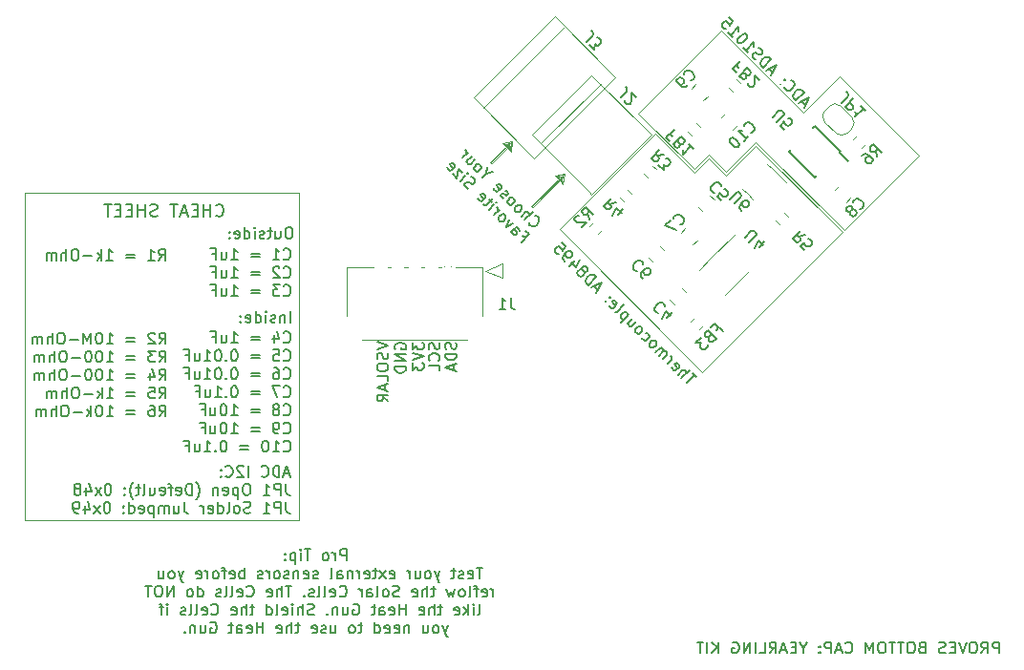
<source format=gbr>
%TF.GenerationSoftware,KiCad,Pcbnew,(6.0.9)*%
%TF.CreationDate,2023-03-27T23:12:45-07:00*%
%TF.ProjectId,solar-panel-side-Z,736f6c61-722d-4706-916e-656c2d736964,3.1*%
%TF.SameCoordinates,Original*%
%TF.FileFunction,Legend,Bot*%
%TF.FilePolarity,Positive*%
%FSLAX46Y46*%
G04 Gerber Fmt 4.6, Leading zero omitted, Abs format (unit mm)*
G04 Created by KiCad (PCBNEW (6.0.9)) date 2023-03-27 23:12:45*
%MOMM*%
%LPD*%
G01*
G04 APERTURE LIST*
G04 Aperture macros list*
%AMRoundRect*
0 Rectangle with rounded corners*
0 $1 Rounding radius*
0 $2 $3 $4 $5 $6 $7 $8 $9 X,Y pos of 4 corners*
0 Add a 4 corners polygon primitive as box body*
4,1,4,$2,$3,$4,$5,$6,$7,$8,$9,$2,$3,0*
0 Add four circle primitives for the rounded corners*
1,1,$1+$1,$2,$3*
1,1,$1+$1,$4,$5*
1,1,$1+$1,$6,$7*
1,1,$1+$1,$8,$9*
0 Add four rect primitives between the rounded corners*
20,1,$1+$1,$2,$3,$4,$5,0*
20,1,$1+$1,$4,$5,$6,$7,0*
20,1,$1+$1,$6,$7,$8,$9,0*
20,1,$1+$1,$8,$9,$2,$3,0*%
%AMRotRect*
0 Rectangle, with rotation*
0 The origin of the aperture is its center*
0 $1 length*
0 $2 width*
0 $3 Rotation angle, in degrees counterclockwise*
0 Add horizontal line*
21,1,$1,$2,0,0,$3*%
%AMFreePoly0*
4,1,22,0.499999,-0.750000,0.000000,-0.750000,0.000000,-0.745033,-0.079941,-0.743568,-0.215256,-0.701293,-0.333266,-0.622738,-0.424486,-0.514219,-0.481581,-0.384460,-0.499164,-0.250000,-0.500000,-0.250000,-0.500000,0.250000,-0.499164,0.250000,-0.499963,0.256109,-0.478152,0.396186,-0.417904,0.524511,-0.324060,0.630769,-0.204165,0.706417,-0.067858,0.745374,0.000000,0.744960,0.000000,0.750000,
0.499999,0.750000,0.499999,-0.750000,0.499999,-0.750000,$1*%
%AMFreePoly1*
4,1,20,0.000000,0.744960,0.073905,0.744508,0.209726,0.703889,0.328688,0.626782,0.421226,0.519385,0.479903,0.390333,0.500000,0.250000,0.500000,-0.250000,0.499851,-0.262216,0.476331,-0.402017,0.414519,-0.529596,0.319384,-0.634700,0.198574,-0.708877,0.061801,-0.746166,0.000000,-0.745033,0.000000,-0.750000,-0.499999,-0.750000,-0.499999,0.750000,0.000000,0.750000,0.000000,0.744960,
0.000000,0.744960,$1*%
G04 Aperture macros list end*
%ADD10C,0.120000*%
%ADD11C,0.150000*%
%ADD12C,0.200000*%
%ADD13C,5.250000*%
%ADD14R,0.600000X1.000000*%
%ADD15R,1.250000X1.800000*%
%ADD16RotRect,1.100000X0.250000X135.000000*%
%ADD17C,1.800000*%
%ADD18RoundRect,0.250000X0.512652X0.159099X0.159099X0.512652X-0.512652X-0.159099X-0.159099X-0.512652X0*%
%ADD19RoundRect,0.250000X-0.512652X-0.159099X-0.159099X-0.512652X0.512652X0.159099X0.159099X0.512652X0*%
%ADD20RoundRect,0.250000X0.159099X-0.512652X0.512652X-0.159099X-0.159099X0.512652X-0.512652X0.159099X0*%
%ADD21FreePoly0,135.000000*%
%ADD22FreePoly1,135.000000*%
%ADD23RotRect,3.000000X3.000000X45.000000*%
%ADD24C,3.000000*%
%ADD25RoundRect,0.200000X0.335876X0.053033X0.053033X0.335876X-0.335876X-0.053033X-0.053033X-0.335876X0*%
%ADD26RoundRect,0.200000X-0.053033X0.335876X-0.335876X0.053033X0.053033X-0.335876X0.335876X-0.053033X0*%
%ADD27RoundRect,0.250000X-0.159099X0.512652X-0.512652X0.159099X0.159099X-0.512652X0.512652X-0.159099X0*%
%ADD28RoundRect,0.200000X-0.335876X-0.053033X-0.053033X-0.335876X0.335876X0.053033X0.053033X0.335876X0*%
%ADD29RoundRect,0.100000X0.433103X0.574524X-0.574524X-0.433103X-0.433103X-0.574524X0.574524X0.433103X0*%
%ADD30RoundRect,0.150000X0.521491X-0.309359X-0.309359X0.521491X-0.521491X0.309359X0.309359X-0.521491X0*%
G04 APERTURE END LIST*
D10*
X148721082Y-91370516D02*
X149406976Y-92056410D01*
X180978123Y-89596889D02*
X173963624Y-82582390D01*
X149456473Y-92105907D02*
X149223127Y-91844279D01*
X161787246Y-108801910D02*
X149130034Y-96144698D01*
X149350406Y-91914989D02*
X148855431Y-91420014D01*
X143011194Y-90200255D02*
X143124331Y-90313392D01*
X149597895Y-91200811D02*
X148721082Y-91370516D01*
X144213274Y-88559766D02*
X144807245Y-88474915D01*
X146769467Y-94170660D02*
X146656330Y-94057523D01*
X149583751Y-91214953D02*
X148721082Y-91370516D01*
X156109177Y-85842153D02*
X163434804Y-78516527D01*
X144807245Y-88474915D02*
X144722393Y-88998174D01*
X126070000Y-92890000D02*
X126070000Y-121940000D01*
X101770000Y-121939999D01*
X101770000Y-92889999D01*
X126070000Y-92890000D01*
X143053621Y-90242682D02*
X144941594Y-88354705D01*
X173963624Y-82582390D02*
X173942411Y-82603604D01*
X143124331Y-90313392D02*
X144474905Y-88962819D01*
X144722393Y-88998174D02*
X144354697Y-88616336D01*
X146705826Y-94092878D02*
X149583751Y-91214953D01*
X174373747Y-96215409D02*
X166553146Y-88394808D01*
X149597895Y-91200811D02*
X149456473Y-92105907D01*
X143124331Y-90313392D02*
X144481976Y-88941605D01*
X144941594Y-88354705D02*
X144078926Y-88510269D01*
X149307980Y-91716999D02*
X149117061Y-91526081D01*
X149456473Y-92105907D02*
X149332728Y-91982164D01*
X163434804Y-78516527D02*
X170732146Y-85813868D01*
X166546075Y-88727148D02*
X163894424Y-91378799D01*
X148855431Y-91420014D02*
X149449401Y-91335162D01*
X144665824Y-88856752D02*
X144474905Y-88665834D01*
X161094281Y-90827256D02*
X156109177Y-85842153D01*
X170732146Y-85813868D02*
X173942411Y-82603604D01*
X144361768Y-88849681D02*
X143011194Y-90200255D01*
X144708250Y-89054744D02*
X144213274Y-88559766D01*
X144824924Y-88499663D02*
X144789568Y-89058278D01*
X149307979Y-91462440D02*
X149307980Y-91716999D01*
X149130034Y-96144698D02*
X157594102Y-87680630D01*
X162367073Y-89851449D02*
X161065997Y-91152525D01*
X157594102Y-87680630D02*
X161065997Y-91152525D01*
X144665823Y-88602193D02*
X144665824Y-88856752D01*
X163894424Y-91378799D02*
X162367073Y-89851449D01*
X144814317Y-89245661D02*
X144580971Y-88984031D01*
X149406976Y-92056410D02*
X149583751Y-91214953D01*
X144078926Y-88510269D02*
X144764820Y-89196164D01*
X166553146Y-88394808D02*
X163880282Y-91067672D01*
X144955739Y-88340564D02*
X144078926Y-88510269D01*
X148996852Y-91476584D02*
X149307979Y-91462440D01*
X149003924Y-91709928D02*
X146656330Y-94057523D01*
X144354697Y-88616336D02*
X144665823Y-88602193D01*
X166553145Y-88734219D02*
X174204041Y-96385115D01*
X147653349Y-93060502D02*
X147766487Y-93173640D01*
X147766487Y-93173640D02*
X149124134Y-91801851D01*
X144764820Y-89196164D02*
X144941594Y-88354705D01*
X162367073Y-89554464D02*
X161094281Y-90827256D01*
X163880282Y-91067672D02*
X162367073Y-89554464D01*
X174204041Y-96385115D02*
X161787246Y-108801910D01*
X144955739Y-88340564D02*
X144814317Y-89245661D01*
X146769467Y-94170660D02*
X149117061Y-91823065D01*
X174373746Y-96215409D02*
X180978123Y-89596889D01*
X149364549Y-91858421D02*
X148996852Y-91476584D01*
X149449401Y-91335162D02*
X149364549Y-91858421D01*
X144814317Y-89245661D02*
X144690572Y-89121917D01*
D11*
X113620476Y-98902381D02*
X113953809Y-98426191D01*
X114191904Y-98902381D02*
X114191904Y-97902381D01*
X113810952Y-97902381D01*
X113715714Y-97950001D01*
X113668095Y-97997620D01*
X113620476Y-98092858D01*
X113620476Y-98235715D01*
X113668095Y-98330953D01*
X113715714Y-98378572D01*
X113810952Y-98426191D01*
X114191904Y-98426191D01*
X112668095Y-98902381D02*
X113239523Y-98902381D01*
X112953809Y-98902381D02*
X112953809Y-97902381D01*
X113049047Y-98045239D01*
X113144285Y-98140477D01*
X113239523Y-98188096D01*
X111477619Y-98378572D02*
X110715714Y-98378572D01*
X110715714Y-98664286D02*
X111477619Y-98664286D01*
X108953809Y-98902381D02*
X109525238Y-98902381D01*
X109239523Y-98902381D02*
X109239523Y-97902381D01*
X109334761Y-98045239D01*
X109430000Y-98140477D01*
X109525238Y-98188096D01*
X108525238Y-98902381D02*
X108525238Y-97902381D01*
X108430000Y-98521429D02*
X108144285Y-98902381D01*
X108144285Y-98235715D02*
X108525238Y-98616667D01*
X107715714Y-98521429D02*
X106953809Y-98521429D01*
X106287142Y-97902381D02*
X106096666Y-97902381D01*
X106001428Y-97950001D01*
X105906190Y-98045239D01*
X105858571Y-98235715D01*
X105858571Y-98569048D01*
X105906190Y-98759524D01*
X106001428Y-98854762D01*
X106096666Y-98902381D01*
X106287142Y-98902381D01*
X106382380Y-98854762D01*
X106477619Y-98759524D01*
X106525238Y-98569048D01*
X106525238Y-98235715D01*
X106477619Y-98045239D01*
X106382380Y-97950001D01*
X106287142Y-97902381D01*
X105430000Y-98902381D02*
X105430000Y-97902381D01*
X105001428Y-98902381D02*
X105001428Y-98378572D01*
X105049047Y-98283334D01*
X105144285Y-98235715D01*
X105287142Y-98235715D01*
X105382380Y-98283334D01*
X105430000Y-98330953D01*
X104525238Y-98902381D02*
X104525238Y-98235715D01*
X104525238Y-98330953D02*
X104477619Y-98283334D01*
X104382380Y-98235715D01*
X104239523Y-98235715D01*
X104144285Y-98283334D01*
X104096666Y-98378572D01*
X104096666Y-98902381D01*
X104096666Y-98378572D02*
X104049047Y-98283334D01*
X103953809Y-98235715D01*
X103810952Y-98235715D01*
X103715714Y-98283334D01*
X103668095Y-98378572D01*
X103668095Y-98902381D01*
X138484761Y-106219523D02*
X138532380Y-106362380D01*
X138532380Y-106600476D01*
X138484761Y-106695714D01*
X138437142Y-106743333D01*
X138341904Y-106790952D01*
X138246666Y-106790952D01*
X138151428Y-106743333D01*
X138103809Y-106695714D01*
X138056190Y-106600476D01*
X138008571Y-106410000D01*
X137960952Y-106314761D01*
X137913333Y-106267142D01*
X137818095Y-106219523D01*
X137722857Y-106219523D01*
X137627619Y-106267142D01*
X137580000Y-106314761D01*
X137532380Y-106410000D01*
X137532380Y-106648095D01*
X137580000Y-106790952D01*
X138437142Y-107790952D02*
X138484761Y-107743333D01*
X138532380Y-107600476D01*
X138532380Y-107505238D01*
X138484761Y-107362380D01*
X138389523Y-107267142D01*
X138294285Y-107219523D01*
X138103809Y-107171904D01*
X137960952Y-107171904D01*
X137770476Y-107219523D01*
X137675238Y-107267142D01*
X137580000Y-107362380D01*
X137532380Y-107505238D01*
X137532380Y-107600476D01*
X137580000Y-107743333D01*
X137627619Y-107790952D01*
X138532380Y-108695714D02*
X138532380Y-108219523D01*
X137532380Y-108219523D01*
X124682976Y-106127143D02*
X124730595Y-106174762D01*
X124873452Y-106222381D01*
X124968690Y-106222381D01*
X125111547Y-106174762D01*
X125206785Y-106079524D01*
X125254404Y-105984286D01*
X125302023Y-105793810D01*
X125302023Y-105650953D01*
X125254404Y-105460477D01*
X125206785Y-105365239D01*
X125111547Y-105270001D01*
X124968690Y-105222381D01*
X124873452Y-105222381D01*
X124730595Y-105270001D01*
X124682976Y-105317620D01*
X123825833Y-105555715D02*
X123825833Y-106222381D01*
X124063928Y-105174762D02*
X124302023Y-105889048D01*
X123682976Y-105889048D01*
X122540119Y-105698572D02*
X121778214Y-105698572D01*
X121778214Y-105984286D02*
X122540119Y-105984286D01*
X120016309Y-106222381D02*
X120587738Y-106222381D01*
X120302023Y-106222381D02*
X120302023Y-105222381D01*
X120397261Y-105365239D01*
X120492500Y-105460477D01*
X120587738Y-105508096D01*
X119159166Y-105555715D02*
X119159166Y-106222381D01*
X119587738Y-105555715D02*
X119587738Y-106079524D01*
X119540119Y-106174762D01*
X119444880Y-106222381D01*
X119302023Y-106222381D01*
X119206785Y-106174762D01*
X119159166Y-106127143D01*
X118349642Y-105698572D02*
X118682976Y-105698572D01*
X118682976Y-106222381D02*
X118682976Y-105222381D01*
X118206785Y-105222381D01*
X124682976Y-107737143D02*
X124730595Y-107784762D01*
X124873452Y-107832381D01*
X124968690Y-107832381D01*
X125111547Y-107784762D01*
X125206785Y-107689524D01*
X125254404Y-107594286D01*
X125302023Y-107403810D01*
X125302023Y-107260953D01*
X125254404Y-107070477D01*
X125206785Y-106975239D01*
X125111547Y-106880001D01*
X124968690Y-106832381D01*
X124873452Y-106832381D01*
X124730595Y-106880001D01*
X124682976Y-106927620D01*
X123778214Y-106832381D02*
X124254404Y-106832381D01*
X124302023Y-107308572D01*
X124254404Y-107260953D01*
X124159166Y-107213334D01*
X123921071Y-107213334D01*
X123825833Y-107260953D01*
X123778214Y-107308572D01*
X123730595Y-107403810D01*
X123730595Y-107641905D01*
X123778214Y-107737143D01*
X123825833Y-107784762D01*
X123921071Y-107832381D01*
X124159166Y-107832381D01*
X124254404Y-107784762D01*
X124302023Y-107737143D01*
X122540119Y-107308572D02*
X121778214Y-107308572D01*
X121778214Y-107594286D02*
X122540119Y-107594286D01*
X120349642Y-106832381D02*
X120254404Y-106832381D01*
X120159166Y-106880001D01*
X120111547Y-106927620D01*
X120063928Y-107022858D01*
X120016309Y-107213334D01*
X120016309Y-107451429D01*
X120063928Y-107641905D01*
X120111547Y-107737143D01*
X120159166Y-107784762D01*
X120254404Y-107832381D01*
X120349642Y-107832381D01*
X120444880Y-107784762D01*
X120492500Y-107737143D01*
X120540119Y-107641905D01*
X120587738Y-107451429D01*
X120587738Y-107213334D01*
X120540119Y-107022858D01*
X120492500Y-106927620D01*
X120444880Y-106880001D01*
X120349642Y-106832381D01*
X119587738Y-107737143D02*
X119540119Y-107784762D01*
X119587738Y-107832381D01*
X119635357Y-107784762D01*
X119587738Y-107737143D01*
X119587738Y-107832381D01*
X118921071Y-106832381D02*
X118825833Y-106832381D01*
X118730595Y-106880001D01*
X118682976Y-106927620D01*
X118635357Y-107022858D01*
X118587738Y-107213334D01*
X118587738Y-107451429D01*
X118635357Y-107641905D01*
X118682976Y-107737143D01*
X118730595Y-107784762D01*
X118825833Y-107832381D01*
X118921071Y-107832381D01*
X119016309Y-107784762D01*
X119063928Y-107737143D01*
X119111547Y-107641905D01*
X119159166Y-107451429D01*
X119159166Y-107213334D01*
X119111547Y-107022858D01*
X119063928Y-106927620D01*
X119016309Y-106880001D01*
X118921071Y-106832381D01*
X117635357Y-107832381D02*
X118206785Y-107832381D01*
X117921071Y-107832381D02*
X117921071Y-106832381D01*
X118016309Y-106975239D01*
X118111547Y-107070477D01*
X118206785Y-107118096D01*
X116778214Y-107165715D02*
X116778214Y-107832381D01*
X117206785Y-107165715D02*
X117206785Y-107689524D01*
X117159166Y-107784762D01*
X117063928Y-107832381D01*
X116921071Y-107832381D01*
X116825833Y-107784762D01*
X116778214Y-107737143D01*
X115968690Y-107308572D02*
X116302023Y-107308572D01*
X116302023Y-107832381D02*
X116302023Y-106832381D01*
X115825833Y-106832381D01*
X124682976Y-109347143D02*
X124730595Y-109394762D01*
X124873452Y-109442381D01*
X124968690Y-109442381D01*
X125111547Y-109394762D01*
X125206785Y-109299524D01*
X125254404Y-109204286D01*
X125302023Y-109013810D01*
X125302023Y-108870953D01*
X125254404Y-108680477D01*
X125206785Y-108585239D01*
X125111547Y-108490001D01*
X124968690Y-108442381D01*
X124873452Y-108442381D01*
X124730595Y-108490001D01*
X124682976Y-108537620D01*
X123825833Y-108442381D02*
X124016309Y-108442381D01*
X124111547Y-108490001D01*
X124159166Y-108537620D01*
X124254404Y-108680477D01*
X124302023Y-108870953D01*
X124302023Y-109251905D01*
X124254404Y-109347143D01*
X124206785Y-109394762D01*
X124111547Y-109442381D01*
X123921071Y-109442381D01*
X123825833Y-109394762D01*
X123778214Y-109347143D01*
X123730595Y-109251905D01*
X123730595Y-109013810D01*
X123778214Y-108918572D01*
X123825833Y-108870953D01*
X123921071Y-108823334D01*
X124111547Y-108823334D01*
X124206785Y-108870953D01*
X124254404Y-108918572D01*
X124302023Y-109013810D01*
X122540119Y-108918572D02*
X121778214Y-108918572D01*
X121778214Y-109204286D02*
X122540119Y-109204286D01*
X120349642Y-108442381D02*
X120254404Y-108442381D01*
X120159166Y-108490001D01*
X120111547Y-108537620D01*
X120063928Y-108632858D01*
X120016309Y-108823334D01*
X120016309Y-109061429D01*
X120063928Y-109251905D01*
X120111547Y-109347143D01*
X120159166Y-109394762D01*
X120254404Y-109442381D01*
X120349642Y-109442381D01*
X120444880Y-109394762D01*
X120492500Y-109347143D01*
X120540119Y-109251905D01*
X120587738Y-109061429D01*
X120587738Y-108823334D01*
X120540119Y-108632858D01*
X120492500Y-108537620D01*
X120444880Y-108490001D01*
X120349642Y-108442381D01*
X119587738Y-109347143D02*
X119540119Y-109394762D01*
X119587738Y-109442381D01*
X119635357Y-109394762D01*
X119587738Y-109347143D01*
X119587738Y-109442381D01*
X118921071Y-108442381D02*
X118825833Y-108442381D01*
X118730595Y-108490001D01*
X118682976Y-108537620D01*
X118635357Y-108632858D01*
X118587738Y-108823334D01*
X118587738Y-109061429D01*
X118635357Y-109251905D01*
X118682976Y-109347143D01*
X118730595Y-109394762D01*
X118825833Y-109442381D01*
X118921071Y-109442381D01*
X119016309Y-109394762D01*
X119063928Y-109347143D01*
X119111547Y-109251905D01*
X119159166Y-109061429D01*
X119159166Y-108823334D01*
X119111547Y-108632858D01*
X119063928Y-108537620D01*
X119016309Y-108490001D01*
X118921071Y-108442381D01*
X117635357Y-109442381D02*
X118206785Y-109442381D01*
X117921071Y-109442381D02*
X117921071Y-108442381D01*
X118016309Y-108585239D01*
X118111547Y-108680477D01*
X118206785Y-108728096D01*
X116778214Y-108775715D02*
X116778214Y-109442381D01*
X117206785Y-108775715D02*
X117206785Y-109299524D01*
X117159166Y-109394762D01*
X117063928Y-109442381D01*
X116921071Y-109442381D01*
X116825833Y-109394762D01*
X116778214Y-109347143D01*
X115968690Y-108918572D02*
X116302023Y-108918572D01*
X116302023Y-109442381D02*
X116302023Y-108442381D01*
X115825833Y-108442381D01*
X124682976Y-110957143D02*
X124730595Y-111004762D01*
X124873452Y-111052381D01*
X124968690Y-111052381D01*
X125111547Y-111004762D01*
X125206785Y-110909524D01*
X125254404Y-110814286D01*
X125302023Y-110623810D01*
X125302023Y-110480953D01*
X125254404Y-110290477D01*
X125206785Y-110195239D01*
X125111547Y-110100001D01*
X124968690Y-110052381D01*
X124873452Y-110052381D01*
X124730595Y-110100001D01*
X124682976Y-110147620D01*
X124349642Y-110052381D02*
X123682976Y-110052381D01*
X124111547Y-111052381D01*
X122540119Y-110528572D02*
X121778214Y-110528572D01*
X121778214Y-110814286D02*
X122540119Y-110814286D01*
X120349642Y-110052381D02*
X120254404Y-110052381D01*
X120159166Y-110100001D01*
X120111547Y-110147620D01*
X120063928Y-110242858D01*
X120016309Y-110433334D01*
X120016309Y-110671429D01*
X120063928Y-110861905D01*
X120111547Y-110957143D01*
X120159166Y-111004762D01*
X120254404Y-111052381D01*
X120349642Y-111052381D01*
X120444880Y-111004762D01*
X120492500Y-110957143D01*
X120540119Y-110861905D01*
X120587738Y-110671429D01*
X120587738Y-110433334D01*
X120540119Y-110242858D01*
X120492500Y-110147620D01*
X120444880Y-110100001D01*
X120349642Y-110052381D01*
X119587738Y-110957143D02*
X119540119Y-111004762D01*
X119587738Y-111052381D01*
X119635357Y-111004762D01*
X119587738Y-110957143D01*
X119587738Y-111052381D01*
X118587738Y-111052381D02*
X119159166Y-111052381D01*
X118873452Y-111052381D02*
X118873452Y-110052381D01*
X118968690Y-110195239D01*
X119063928Y-110290477D01*
X119159166Y-110338096D01*
X117730595Y-110385715D02*
X117730595Y-111052381D01*
X118159166Y-110385715D02*
X118159166Y-110909524D01*
X118111547Y-111004762D01*
X118016309Y-111052381D01*
X117873452Y-111052381D01*
X117778214Y-111004762D01*
X117730595Y-110957143D01*
X116921071Y-110528572D02*
X117254404Y-110528572D01*
X117254404Y-111052381D02*
X117254404Y-110052381D01*
X116778214Y-110052381D01*
X124682976Y-112567143D02*
X124730595Y-112614762D01*
X124873452Y-112662381D01*
X124968690Y-112662381D01*
X125111547Y-112614762D01*
X125206785Y-112519524D01*
X125254404Y-112424286D01*
X125302023Y-112233810D01*
X125302023Y-112090953D01*
X125254404Y-111900477D01*
X125206785Y-111805239D01*
X125111547Y-111710001D01*
X124968690Y-111662381D01*
X124873452Y-111662381D01*
X124730595Y-111710001D01*
X124682976Y-111757620D01*
X124111547Y-112090953D02*
X124206785Y-112043334D01*
X124254404Y-111995715D01*
X124302023Y-111900477D01*
X124302023Y-111852858D01*
X124254404Y-111757620D01*
X124206785Y-111710001D01*
X124111547Y-111662381D01*
X123921071Y-111662381D01*
X123825833Y-111710001D01*
X123778214Y-111757620D01*
X123730595Y-111852858D01*
X123730595Y-111900477D01*
X123778214Y-111995715D01*
X123825833Y-112043334D01*
X123921071Y-112090953D01*
X124111547Y-112090953D01*
X124206785Y-112138572D01*
X124254404Y-112186191D01*
X124302023Y-112281429D01*
X124302023Y-112471905D01*
X124254404Y-112567143D01*
X124206785Y-112614762D01*
X124111547Y-112662381D01*
X123921071Y-112662381D01*
X123825833Y-112614762D01*
X123778214Y-112567143D01*
X123730595Y-112471905D01*
X123730595Y-112281429D01*
X123778214Y-112186191D01*
X123825833Y-112138572D01*
X123921071Y-112090953D01*
X122540119Y-112138572D02*
X121778214Y-112138572D01*
X121778214Y-112424286D02*
X122540119Y-112424286D01*
X120016309Y-112662381D02*
X120587738Y-112662381D01*
X120302023Y-112662381D02*
X120302023Y-111662381D01*
X120397261Y-111805239D01*
X120492500Y-111900477D01*
X120587738Y-111948096D01*
X119397261Y-111662381D02*
X119302023Y-111662381D01*
X119206785Y-111710001D01*
X119159166Y-111757620D01*
X119111547Y-111852858D01*
X119063928Y-112043334D01*
X119063928Y-112281429D01*
X119111547Y-112471905D01*
X119159166Y-112567143D01*
X119206785Y-112614762D01*
X119302023Y-112662381D01*
X119397261Y-112662381D01*
X119492499Y-112614762D01*
X119540119Y-112567143D01*
X119587738Y-112471905D01*
X119635357Y-112281429D01*
X119635357Y-112043334D01*
X119587738Y-111852858D01*
X119540119Y-111757620D01*
X119492499Y-111710001D01*
X119397261Y-111662381D01*
X118206785Y-111995715D02*
X118206785Y-112662381D01*
X118635357Y-111995715D02*
X118635357Y-112519524D01*
X118587738Y-112614762D01*
X118492499Y-112662381D01*
X118349642Y-112662381D01*
X118254404Y-112614762D01*
X118206785Y-112567143D01*
X117397261Y-112138572D02*
X117730595Y-112138572D01*
X117730595Y-112662381D02*
X117730595Y-111662381D01*
X117254404Y-111662381D01*
X124682976Y-114177143D02*
X124730595Y-114224762D01*
X124873452Y-114272381D01*
X124968690Y-114272381D01*
X125111547Y-114224762D01*
X125206785Y-114129524D01*
X125254404Y-114034286D01*
X125302023Y-113843810D01*
X125302023Y-113700953D01*
X125254404Y-113510477D01*
X125206785Y-113415239D01*
X125111547Y-113320001D01*
X124968690Y-113272381D01*
X124873452Y-113272381D01*
X124730595Y-113320001D01*
X124682976Y-113367620D01*
X124206785Y-114272381D02*
X124016309Y-114272381D01*
X123921071Y-114224762D01*
X123873452Y-114177143D01*
X123778214Y-114034286D01*
X123730595Y-113843810D01*
X123730595Y-113462858D01*
X123778214Y-113367620D01*
X123825833Y-113320001D01*
X123921071Y-113272381D01*
X124111547Y-113272381D01*
X124206785Y-113320001D01*
X124254404Y-113367620D01*
X124302023Y-113462858D01*
X124302023Y-113700953D01*
X124254404Y-113796191D01*
X124206785Y-113843810D01*
X124111547Y-113891429D01*
X123921071Y-113891429D01*
X123825833Y-113843810D01*
X123778214Y-113796191D01*
X123730595Y-113700953D01*
X122540119Y-113748572D02*
X121778214Y-113748572D01*
X121778214Y-114034286D02*
X122540119Y-114034286D01*
X120016309Y-114272381D02*
X120587738Y-114272381D01*
X120302023Y-114272381D02*
X120302023Y-113272381D01*
X120397261Y-113415239D01*
X120492500Y-113510477D01*
X120587738Y-113558096D01*
X119397261Y-113272381D02*
X119302023Y-113272381D01*
X119206785Y-113320001D01*
X119159166Y-113367620D01*
X119111547Y-113462858D01*
X119063928Y-113653334D01*
X119063928Y-113891429D01*
X119111547Y-114081905D01*
X119159166Y-114177143D01*
X119206785Y-114224762D01*
X119302023Y-114272381D01*
X119397261Y-114272381D01*
X119492499Y-114224762D01*
X119540119Y-114177143D01*
X119587738Y-114081905D01*
X119635357Y-113891429D01*
X119635357Y-113653334D01*
X119587738Y-113462858D01*
X119540119Y-113367620D01*
X119492499Y-113320001D01*
X119397261Y-113272381D01*
X118206785Y-113605715D02*
X118206785Y-114272381D01*
X118635357Y-113605715D02*
X118635357Y-114129524D01*
X118587738Y-114224762D01*
X118492499Y-114272381D01*
X118349642Y-114272381D01*
X118254404Y-114224762D01*
X118206785Y-114177143D01*
X117397261Y-113748572D02*
X117730595Y-113748572D01*
X117730595Y-114272381D02*
X117730595Y-113272381D01*
X117254404Y-113272381D01*
X124682976Y-115787143D02*
X124730595Y-115834762D01*
X124873452Y-115882381D01*
X124968690Y-115882381D01*
X125111547Y-115834762D01*
X125206785Y-115739524D01*
X125254404Y-115644286D01*
X125302023Y-115453810D01*
X125302023Y-115310953D01*
X125254404Y-115120477D01*
X125206785Y-115025239D01*
X125111547Y-114930001D01*
X124968690Y-114882381D01*
X124873452Y-114882381D01*
X124730595Y-114930001D01*
X124682976Y-114977620D01*
X123730595Y-115882381D02*
X124302023Y-115882381D01*
X124016309Y-115882381D02*
X124016309Y-114882381D01*
X124111547Y-115025239D01*
X124206785Y-115120477D01*
X124302023Y-115168096D01*
X123111547Y-114882381D02*
X123016309Y-114882381D01*
X122921071Y-114930001D01*
X122873452Y-114977620D01*
X122825833Y-115072858D01*
X122778214Y-115263334D01*
X122778214Y-115501429D01*
X122825833Y-115691905D01*
X122873452Y-115787143D01*
X122921071Y-115834762D01*
X123016309Y-115882381D01*
X123111547Y-115882381D01*
X123206785Y-115834762D01*
X123254404Y-115787143D01*
X123302023Y-115691905D01*
X123349642Y-115501429D01*
X123349642Y-115263334D01*
X123302023Y-115072858D01*
X123254404Y-114977620D01*
X123206785Y-114930001D01*
X123111547Y-114882381D01*
X121587738Y-115358572D02*
X120825833Y-115358572D01*
X120825833Y-115644286D02*
X121587738Y-115644286D01*
X119397261Y-114882381D02*
X119302023Y-114882381D01*
X119206785Y-114930001D01*
X119159166Y-114977620D01*
X119111547Y-115072858D01*
X119063928Y-115263334D01*
X119063928Y-115501429D01*
X119111547Y-115691905D01*
X119159166Y-115787143D01*
X119206785Y-115834762D01*
X119302023Y-115882381D01*
X119397261Y-115882381D01*
X119492500Y-115834762D01*
X119540119Y-115787143D01*
X119587738Y-115691905D01*
X119635357Y-115501429D01*
X119635357Y-115263334D01*
X119587738Y-115072858D01*
X119540119Y-114977620D01*
X119492500Y-114930001D01*
X119397261Y-114882381D01*
X118635357Y-115787143D02*
X118587738Y-115834762D01*
X118635357Y-115882381D01*
X118682976Y-115834762D01*
X118635357Y-115787143D01*
X118635357Y-115882381D01*
X117635357Y-115882381D02*
X118206785Y-115882381D01*
X117921071Y-115882381D02*
X117921071Y-114882381D01*
X118016309Y-115025239D01*
X118111547Y-115120477D01*
X118206785Y-115168096D01*
X116778214Y-115215715D02*
X116778214Y-115882381D01*
X117206785Y-115215715D02*
X117206785Y-115739524D01*
X117159166Y-115834762D01*
X117063928Y-115882381D01*
X116921071Y-115882381D01*
X116825833Y-115834762D01*
X116778214Y-115787143D01*
X115968690Y-115358572D02*
X116302023Y-115358572D01*
X116302023Y-115882381D02*
X116302023Y-114882381D01*
X115825833Y-114882381D01*
X132952380Y-106153333D02*
X133952380Y-106486666D01*
X132952380Y-106820000D01*
X133904761Y-107105714D02*
X133952380Y-107248571D01*
X133952380Y-107486666D01*
X133904761Y-107581904D01*
X133857142Y-107629523D01*
X133761904Y-107677142D01*
X133666666Y-107677142D01*
X133571428Y-107629523D01*
X133523809Y-107581904D01*
X133476190Y-107486666D01*
X133428571Y-107296190D01*
X133380952Y-107200952D01*
X133333333Y-107153333D01*
X133238095Y-107105714D01*
X133142857Y-107105714D01*
X133047619Y-107153333D01*
X133000000Y-107200952D01*
X132952380Y-107296190D01*
X132952380Y-107534285D01*
X133000000Y-107677142D01*
X132952380Y-108296190D02*
X132952380Y-108486666D01*
X133000000Y-108581904D01*
X133095238Y-108677142D01*
X133285714Y-108724761D01*
X133619047Y-108724761D01*
X133809523Y-108677142D01*
X133904761Y-108581904D01*
X133952380Y-108486666D01*
X133952380Y-108296190D01*
X133904761Y-108200952D01*
X133809523Y-108105714D01*
X133619047Y-108058095D01*
X133285714Y-108058095D01*
X133095238Y-108105714D01*
X133000000Y-108200952D01*
X132952380Y-108296190D01*
X133952380Y-109629523D02*
X133952380Y-109153333D01*
X132952380Y-109153333D01*
X133666666Y-109915238D02*
X133666666Y-110391428D01*
X133952380Y-109820000D02*
X132952380Y-110153333D01*
X133952380Y-110486666D01*
X133952380Y-111391428D02*
X133476190Y-111058095D01*
X133952380Y-110820000D02*
X132952380Y-110820000D01*
X132952380Y-111200952D01*
X133000000Y-111296190D01*
X133047619Y-111343809D01*
X133142857Y-111391428D01*
X133285714Y-111391428D01*
X133380952Y-111343809D01*
X133428571Y-111296190D01*
X133476190Y-111200952D01*
X133476190Y-110820000D01*
X161300351Y-109280048D02*
X160896290Y-108875987D01*
X160391214Y-109785124D02*
X161098321Y-109078017D01*
X159953481Y-109347391D02*
X160660588Y-108640285D01*
X159650435Y-109044346D02*
X160020825Y-108673956D01*
X160121840Y-108640285D01*
X160222855Y-108673956D01*
X160323870Y-108774972D01*
X160357542Y-108875987D01*
X160357542Y-108943330D01*
X159078016Y-108404582D02*
X159111687Y-108505598D01*
X159246374Y-108640285D01*
X159347390Y-108673956D01*
X159448405Y-108640285D01*
X159717779Y-108370911D01*
X159751451Y-108269895D01*
X159717779Y-108168880D01*
X159583092Y-108034193D01*
X159482077Y-108000521D01*
X159381061Y-108034193D01*
X159313718Y-108101537D01*
X159583092Y-108505598D01*
X158707626Y-108101537D02*
X159179031Y-107630132D01*
X159044344Y-107764819D02*
X159078016Y-107663804D01*
X159078016Y-107596460D01*
X159044344Y-107495445D01*
X158977000Y-107428102D01*
X158269894Y-107663804D02*
X158741298Y-107192399D01*
X158673955Y-107259743D02*
X158673955Y-107192399D01*
X158640283Y-107091384D01*
X158539268Y-106990369D01*
X158438252Y-106956697D01*
X158337237Y-106990369D01*
X157966848Y-107360758D01*
X158337237Y-106990369D02*
X158370909Y-106889354D01*
X158337237Y-106788338D01*
X158236222Y-106687323D01*
X158135207Y-106653651D01*
X158034191Y-106687323D01*
X157663802Y-107057712D01*
X157226069Y-106619980D02*
X157327084Y-106653651D01*
X157394428Y-106653651D01*
X157495443Y-106619980D01*
X157697474Y-106417949D01*
X157731146Y-106316934D01*
X157731146Y-106249590D01*
X157697474Y-106148575D01*
X157596458Y-106047560D01*
X157495443Y-106013888D01*
X157428100Y-106013888D01*
X157327084Y-106047560D01*
X157125054Y-106249590D01*
X157091382Y-106350605D01*
X157091382Y-106417949D01*
X157125054Y-106518964D01*
X157226069Y-106619980D01*
X156417947Y-105744514D02*
X156451619Y-105845529D01*
X156586306Y-105980216D01*
X156687321Y-106013888D01*
X156754665Y-106013888D01*
X156855680Y-105980216D01*
X157057710Y-105778186D01*
X157091382Y-105677170D01*
X157091382Y-105609827D01*
X157057710Y-105508812D01*
X156923023Y-105374125D01*
X156822008Y-105340453D01*
X155980214Y-105374125D02*
X156081230Y-105407796D01*
X156148573Y-105407796D01*
X156249588Y-105374125D01*
X156451619Y-105172094D01*
X156485291Y-105071079D01*
X156485291Y-105003735D01*
X156451619Y-104902720D01*
X156350604Y-104801705D01*
X156249588Y-104768033D01*
X156182245Y-104768033D01*
X156081230Y-104801705D01*
X155879199Y-105003735D01*
X155845527Y-105104751D01*
X155845527Y-105172094D01*
X155879199Y-105273109D01*
X155980214Y-105374125D01*
X155609825Y-104060926D02*
X155138421Y-104532331D01*
X155912871Y-104363972D02*
X155542482Y-104734361D01*
X155441466Y-104768033D01*
X155340451Y-104734361D01*
X155239436Y-104633346D01*
X155205764Y-104532331D01*
X155205764Y-104464987D01*
X155273108Y-103724209D02*
X154566001Y-104431316D01*
X155239436Y-103757881D02*
X155205764Y-103656865D01*
X155071077Y-103522178D01*
X154970062Y-103488507D01*
X154902718Y-103488507D01*
X154801703Y-103522178D01*
X154599673Y-103724209D01*
X154566001Y-103825224D01*
X154566001Y-103892568D01*
X154599673Y-103993583D01*
X154734360Y-104128270D01*
X154835375Y-104161942D01*
X154060925Y-103454835D02*
X154161940Y-103488507D01*
X154262955Y-103454835D01*
X154869047Y-102848743D01*
X153555848Y-102882415D02*
X153589520Y-102983430D01*
X153724207Y-103118117D01*
X153825222Y-103151789D01*
X153926238Y-103118117D01*
X154195612Y-102848743D01*
X154229283Y-102747728D01*
X154195612Y-102646713D01*
X154060925Y-102512026D01*
X153959909Y-102478354D01*
X153858894Y-102512026D01*
X153791551Y-102579369D01*
X154060925Y-102983430D01*
X153252803Y-102512026D02*
X153185459Y-102512026D01*
X153185459Y-102579369D01*
X153252803Y-102579369D01*
X153252803Y-102512026D01*
X153185459Y-102579369D01*
X153623192Y-102141637D02*
X153555848Y-102141637D01*
X153555848Y-102208980D01*
X153623192Y-102208980D01*
X153623192Y-102141637D01*
X153555848Y-102208980D01*
X152545696Y-101535545D02*
X152208978Y-101198828D01*
X152411009Y-101804919D02*
X152882413Y-100862110D01*
X151939604Y-101333515D01*
X151703902Y-101097812D02*
X152411009Y-100390705D01*
X152242650Y-100222347D01*
X152107963Y-100155003D01*
X151973276Y-100155003D01*
X151872261Y-100188675D01*
X151703902Y-100289690D01*
X151602887Y-100390705D01*
X151501871Y-100559064D01*
X151468200Y-100660079D01*
X151468200Y-100794766D01*
X151535543Y-100929454D01*
X151703902Y-101097812D01*
X151299841Y-99885629D02*
X151400856Y-99919301D01*
X151468200Y-99919301D01*
X151569215Y-99885629D01*
X151602887Y-99851957D01*
X151636558Y-99750942D01*
X151636558Y-99683599D01*
X151602887Y-99582583D01*
X151468200Y-99447896D01*
X151367184Y-99414225D01*
X151299841Y-99414225D01*
X151198826Y-99447896D01*
X151165154Y-99481568D01*
X151131482Y-99582583D01*
X151131482Y-99649927D01*
X151165154Y-99750942D01*
X151299841Y-99885629D01*
X151333513Y-99986644D01*
X151333513Y-100053988D01*
X151299841Y-100155003D01*
X151165154Y-100289690D01*
X151064139Y-100323362D01*
X150996795Y-100323362D01*
X150895780Y-100289690D01*
X150761093Y-100155003D01*
X150727421Y-100053988D01*
X150727421Y-99986644D01*
X150761093Y-99885629D01*
X150895780Y-99750942D01*
X150996795Y-99717270D01*
X151064139Y-99717270D01*
X151165154Y-99750942D01*
X150491719Y-98942820D02*
X150020314Y-99414225D01*
X150929452Y-98841805D02*
X150592734Y-99515240D01*
X150155001Y-99077507D01*
X149616253Y-99010164D02*
X149481566Y-98875477D01*
X149447895Y-98774461D01*
X149447895Y-98707118D01*
X149481566Y-98538759D01*
X149582582Y-98370400D01*
X149851956Y-98101026D01*
X149952971Y-98067355D01*
X150020314Y-98067355D01*
X150121330Y-98101026D01*
X150256017Y-98235713D01*
X150289688Y-98336729D01*
X150289688Y-98404072D01*
X150256017Y-98505087D01*
X150087658Y-98673446D01*
X149986643Y-98707118D01*
X149919299Y-98707118D01*
X149818284Y-98673446D01*
X149683597Y-98538759D01*
X149649925Y-98437744D01*
X149649925Y-98370400D01*
X149683597Y-98269385D01*
X149346879Y-97326576D02*
X149683597Y-97663294D01*
X149380551Y-98033683D01*
X149380551Y-97966339D01*
X149346879Y-97865324D01*
X149178521Y-97696965D01*
X149077505Y-97663294D01*
X149010162Y-97663294D01*
X148909147Y-97696965D01*
X148740788Y-97865324D01*
X148707116Y-97966339D01*
X148707116Y-98033683D01*
X148740788Y-98134698D01*
X148909147Y-98303057D01*
X149010162Y-98336729D01*
X149077505Y-98336729D01*
X134590000Y-106778095D02*
X134542380Y-106682857D01*
X134542380Y-106540000D01*
X134590000Y-106397142D01*
X134685238Y-106301904D01*
X134780476Y-106254285D01*
X134970952Y-106206666D01*
X135113809Y-106206666D01*
X135304285Y-106254285D01*
X135399523Y-106301904D01*
X135494761Y-106397142D01*
X135542380Y-106540000D01*
X135542380Y-106635238D01*
X135494761Y-106778095D01*
X135447142Y-106825714D01*
X135113809Y-106825714D01*
X135113809Y-106635238D01*
X135542380Y-107254285D02*
X134542380Y-107254285D01*
X135542380Y-107825714D01*
X134542380Y-107825714D01*
X135542380Y-108301904D02*
X134542380Y-108301904D01*
X134542380Y-108540000D01*
X134590000Y-108682857D01*
X134685238Y-108778095D01*
X134780476Y-108825714D01*
X134970952Y-108873333D01*
X135113809Y-108873333D01*
X135304285Y-108825714D01*
X135399523Y-108778095D01*
X135494761Y-108682857D01*
X135542380Y-108540000D01*
X135542380Y-108301904D01*
X136102380Y-106191904D02*
X136102380Y-106810952D01*
X136483333Y-106477619D01*
X136483333Y-106620476D01*
X136530952Y-106715714D01*
X136578571Y-106763333D01*
X136673809Y-106810952D01*
X136911904Y-106810952D01*
X137007142Y-106763333D01*
X137054761Y-106715714D01*
X137102380Y-106620476D01*
X137102380Y-106334761D01*
X137054761Y-106239523D01*
X137007142Y-106191904D01*
X136102380Y-107096666D02*
X137102380Y-107430000D01*
X136102380Y-107763333D01*
X136102380Y-108001428D02*
X136102380Y-108620476D01*
X136483333Y-108287142D01*
X136483333Y-108430000D01*
X136530952Y-108525238D01*
X136578571Y-108572857D01*
X136673809Y-108620476D01*
X136911904Y-108620476D01*
X137007142Y-108572857D01*
X137054761Y-108525238D01*
X137102380Y-108430000D01*
X137102380Y-108144285D01*
X137054761Y-108049047D01*
X137007142Y-108001428D01*
X188094642Y-133752380D02*
X188094642Y-132752380D01*
X187713690Y-132752380D01*
X187618452Y-132800000D01*
X187570833Y-132847619D01*
X187523214Y-132942857D01*
X187523214Y-133085714D01*
X187570833Y-133180952D01*
X187618452Y-133228571D01*
X187713690Y-133276190D01*
X188094642Y-133276190D01*
X186523214Y-133752380D02*
X186856547Y-133276190D01*
X187094642Y-133752380D02*
X187094642Y-132752380D01*
X186713690Y-132752380D01*
X186618452Y-132800000D01*
X186570833Y-132847619D01*
X186523214Y-132942857D01*
X186523214Y-133085714D01*
X186570833Y-133180952D01*
X186618452Y-133228571D01*
X186713690Y-133276190D01*
X187094642Y-133276190D01*
X185904166Y-132752380D02*
X185713690Y-132752380D01*
X185618452Y-132800000D01*
X185523214Y-132895238D01*
X185475595Y-133085714D01*
X185475595Y-133419047D01*
X185523214Y-133609523D01*
X185618452Y-133704761D01*
X185713690Y-133752380D01*
X185904166Y-133752380D01*
X185999404Y-133704761D01*
X186094642Y-133609523D01*
X186142261Y-133419047D01*
X186142261Y-133085714D01*
X186094642Y-132895238D01*
X185999404Y-132800000D01*
X185904166Y-132752380D01*
X185189880Y-132752380D02*
X184856547Y-133752380D01*
X184523214Y-132752380D01*
X184189880Y-133228571D02*
X183856547Y-133228571D01*
X183713690Y-133752380D02*
X184189880Y-133752380D01*
X184189880Y-132752380D01*
X183713690Y-132752380D01*
X183332738Y-133704761D02*
X183189880Y-133752380D01*
X182951785Y-133752380D01*
X182856547Y-133704761D01*
X182808928Y-133657142D01*
X182761309Y-133561904D01*
X182761309Y-133466666D01*
X182808928Y-133371428D01*
X182856547Y-133323809D01*
X182951785Y-133276190D01*
X183142261Y-133228571D01*
X183237500Y-133180952D01*
X183285119Y-133133333D01*
X183332738Y-133038095D01*
X183332738Y-132942857D01*
X183285119Y-132847619D01*
X183237500Y-132800000D01*
X183142261Y-132752380D01*
X182904166Y-132752380D01*
X182761309Y-132800000D01*
X181237500Y-133228571D02*
X181094642Y-133276190D01*
X181047023Y-133323809D01*
X180999404Y-133419047D01*
X180999404Y-133561904D01*
X181047023Y-133657142D01*
X181094642Y-133704761D01*
X181189880Y-133752380D01*
X181570833Y-133752380D01*
X181570833Y-132752380D01*
X181237500Y-132752380D01*
X181142261Y-132800000D01*
X181094642Y-132847619D01*
X181047023Y-132942857D01*
X181047023Y-133038095D01*
X181094642Y-133133333D01*
X181142261Y-133180952D01*
X181237500Y-133228571D01*
X181570833Y-133228571D01*
X180380357Y-132752380D02*
X180189880Y-132752380D01*
X180094642Y-132800000D01*
X179999404Y-132895238D01*
X179951785Y-133085714D01*
X179951785Y-133419047D01*
X179999404Y-133609523D01*
X180094642Y-133704761D01*
X180189880Y-133752380D01*
X180380357Y-133752380D01*
X180475595Y-133704761D01*
X180570833Y-133609523D01*
X180618452Y-133419047D01*
X180618452Y-133085714D01*
X180570833Y-132895238D01*
X180475595Y-132800000D01*
X180380357Y-132752380D01*
X179666071Y-132752380D02*
X179094642Y-132752380D01*
X179380357Y-133752380D02*
X179380357Y-132752380D01*
X178904166Y-132752380D02*
X178332738Y-132752380D01*
X178618452Y-133752380D02*
X178618452Y-132752380D01*
X177808928Y-132752380D02*
X177618452Y-132752380D01*
X177523214Y-132800000D01*
X177427976Y-132895238D01*
X177380357Y-133085714D01*
X177380357Y-133419047D01*
X177427976Y-133609523D01*
X177523214Y-133704761D01*
X177618452Y-133752380D01*
X177808928Y-133752380D01*
X177904166Y-133704761D01*
X177999404Y-133609523D01*
X178047023Y-133419047D01*
X178047023Y-133085714D01*
X177999404Y-132895238D01*
X177904166Y-132800000D01*
X177808928Y-132752380D01*
X176951785Y-133752380D02*
X176951785Y-132752380D01*
X176618452Y-133466666D01*
X176285119Y-132752380D01*
X176285119Y-133752380D01*
X174475595Y-133657142D02*
X174523214Y-133704761D01*
X174666071Y-133752380D01*
X174761309Y-133752380D01*
X174904166Y-133704761D01*
X174999404Y-133609523D01*
X175047023Y-133514285D01*
X175094642Y-133323809D01*
X175094642Y-133180952D01*
X175047023Y-132990476D01*
X174999404Y-132895238D01*
X174904166Y-132800000D01*
X174761309Y-132752380D01*
X174666071Y-132752380D01*
X174523214Y-132800000D01*
X174475595Y-132847619D01*
X174094642Y-133466666D02*
X173618452Y-133466666D01*
X174189880Y-133752380D02*
X173856547Y-132752380D01*
X173523214Y-133752380D01*
X173189880Y-133752380D02*
X173189880Y-132752380D01*
X172808928Y-132752380D01*
X172713690Y-132800000D01*
X172666071Y-132847619D01*
X172618452Y-132942857D01*
X172618452Y-133085714D01*
X172666071Y-133180952D01*
X172713690Y-133228571D01*
X172808928Y-133276190D01*
X173189880Y-133276190D01*
X172189880Y-133657142D02*
X172142261Y-133704761D01*
X172189880Y-133752380D01*
X172237500Y-133704761D01*
X172189880Y-133657142D01*
X172189880Y-133752380D01*
X172189880Y-133133333D02*
X172142261Y-133180952D01*
X172189880Y-133228571D01*
X172237500Y-133180952D01*
X172189880Y-133133333D01*
X172189880Y-133228571D01*
X170761309Y-133276190D02*
X170761309Y-133752380D01*
X171094642Y-132752380D02*
X170761309Y-133276190D01*
X170427976Y-132752380D01*
X170094642Y-133228571D02*
X169761309Y-133228571D01*
X169618452Y-133752380D02*
X170094642Y-133752380D01*
X170094642Y-132752380D01*
X169618452Y-132752380D01*
X169237500Y-133466666D02*
X168761309Y-133466666D01*
X169332738Y-133752380D02*
X168999404Y-132752380D01*
X168666071Y-133752380D01*
X167761309Y-133752380D02*
X168094642Y-133276190D01*
X168332738Y-133752380D02*
X168332738Y-132752380D01*
X167951785Y-132752380D01*
X167856547Y-132800000D01*
X167808928Y-132847619D01*
X167761309Y-132942857D01*
X167761309Y-133085714D01*
X167808928Y-133180952D01*
X167856547Y-133228571D01*
X167951785Y-133276190D01*
X168332738Y-133276190D01*
X166856547Y-133752380D02*
X167332738Y-133752380D01*
X167332738Y-132752380D01*
X166523214Y-133752380D02*
X166523214Y-132752380D01*
X166047023Y-133752380D02*
X166047023Y-132752380D01*
X165475595Y-133752380D01*
X165475595Y-132752380D01*
X164475595Y-132800000D02*
X164570833Y-132752380D01*
X164713690Y-132752380D01*
X164856547Y-132800000D01*
X164951785Y-132895238D01*
X164999404Y-132990476D01*
X165047023Y-133180952D01*
X165047023Y-133323809D01*
X164999404Y-133514285D01*
X164951785Y-133609523D01*
X164856547Y-133704761D01*
X164713690Y-133752380D01*
X164618452Y-133752380D01*
X164475595Y-133704761D01*
X164427976Y-133657142D01*
X164427976Y-133323809D01*
X164618452Y-133323809D01*
X163237500Y-133752380D02*
X163237500Y-132752380D01*
X162666071Y-133752380D02*
X163094642Y-133180952D01*
X162666071Y-132752380D02*
X163237500Y-133323809D01*
X162237500Y-133752380D02*
X162237500Y-132752380D01*
X161904166Y-132752380D02*
X161332738Y-132752380D01*
X161618452Y-133752380D02*
X161618452Y-132752380D01*
X125212022Y-117826667D02*
X124735832Y-117826667D01*
X125307260Y-118112381D02*
X124973927Y-117112381D01*
X124640594Y-118112381D01*
X124307260Y-118112381D02*
X124307260Y-117112381D01*
X124069165Y-117112381D01*
X123926308Y-117160001D01*
X123831070Y-117255239D01*
X123783451Y-117350477D01*
X123735832Y-117540953D01*
X123735832Y-117683810D01*
X123783451Y-117874286D01*
X123831070Y-117969524D01*
X123926308Y-118064762D01*
X124069165Y-118112381D01*
X124307260Y-118112381D01*
X122735832Y-118017143D02*
X122783451Y-118064762D01*
X122926308Y-118112381D01*
X123021546Y-118112381D01*
X123164403Y-118064762D01*
X123259641Y-117969524D01*
X123307260Y-117874286D01*
X123354879Y-117683810D01*
X123354879Y-117540953D01*
X123307260Y-117350477D01*
X123259641Y-117255239D01*
X123164403Y-117160001D01*
X123021546Y-117112381D01*
X122926308Y-117112381D01*
X122783451Y-117160001D01*
X122735832Y-117207620D01*
X121545356Y-118112381D02*
X121545356Y-117112381D01*
X121116784Y-117207620D02*
X121069165Y-117160001D01*
X120973927Y-117112381D01*
X120735832Y-117112381D01*
X120640594Y-117160001D01*
X120592975Y-117207620D01*
X120545356Y-117302858D01*
X120545356Y-117398096D01*
X120592975Y-117540953D01*
X121164403Y-118112381D01*
X120545356Y-118112381D01*
X119545356Y-118017143D02*
X119592975Y-118064762D01*
X119735832Y-118112381D01*
X119831070Y-118112381D01*
X119973927Y-118064762D01*
X120069165Y-117969524D01*
X120116784Y-117874286D01*
X120164403Y-117683810D01*
X120164403Y-117540953D01*
X120116784Y-117350477D01*
X120069165Y-117255239D01*
X119973927Y-117160001D01*
X119831070Y-117112381D01*
X119735832Y-117112381D01*
X119592975Y-117160001D01*
X119545356Y-117207620D01*
X119116784Y-118017143D02*
X119069165Y-118064762D01*
X119116784Y-118112381D01*
X119164403Y-118064762D01*
X119116784Y-118017143D01*
X119116784Y-118112381D01*
X119116784Y-117493334D02*
X119069165Y-117540953D01*
X119116784Y-117588572D01*
X119164403Y-117540953D01*
X119116784Y-117493334D01*
X119116784Y-117588572D01*
X124878689Y-118722381D02*
X124878689Y-119436667D01*
X124926308Y-119579524D01*
X125021546Y-119674762D01*
X125164403Y-119722381D01*
X125259641Y-119722381D01*
X124402499Y-119722381D02*
X124402499Y-118722381D01*
X124021546Y-118722381D01*
X123926308Y-118770001D01*
X123878689Y-118817620D01*
X123831070Y-118912858D01*
X123831070Y-119055715D01*
X123878689Y-119150953D01*
X123926308Y-119198572D01*
X124021546Y-119246191D01*
X124402499Y-119246191D01*
X122878689Y-119722381D02*
X123450118Y-119722381D01*
X123164403Y-119722381D02*
X123164403Y-118722381D01*
X123259641Y-118865239D01*
X123354879Y-118960477D01*
X123450118Y-119008096D01*
X121497737Y-118722381D02*
X121307260Y-118722381D01*
X121212022Y-118770001D01*
X121116784Y-118865239D01*
X121069165Y-119055715D01*
X121069165Y-119389048D01*
X121116784Y-119579524D01*
X121212022Y-119674762D01*
X121307260Y-119722381D01*
X121497737Y-119722381D01*
X121592975Y-119674762D01*
X121688213Y-119579524D01*
X121735832Y-119389048D01*
X121735832Y-119055715D01*
X121688213Y-118865239D01*
X121592975Y-118770001D01*
X121497737Y-118722381D01*
X120640594Y-119055715D02*
X120640594Y-120055715D01*
X120640594Y-119103334D02*
X120545356Y-119055715D01*
X120354879Y-119055715D01*
X120259641Y-119103334D01*
X120212022Y-119150953D01*
X120164403Y-119246191D01*
X120164403Y-119531905D01*
X120212022Y-119627143D01*
X120259641Y-119674762D01*
X120354879Y-119722381D01*
X120545356Y-119722381D01*
X120640594Y-119674762D01*
X119354879Y-119674762D02*
X119450118Y-119722381D01*
X119640594Y-119722381D01*
X119735832Y-119674762D01*
X119783451Y-119579524D01*
X119783451Y-119198572D01*
X119735832Y-119103334D01*
X119640594Y-119055715D01*
X119450118Y-119055715D01*
X119354879Y-119103334D01*
X119307260Y-119198572D01*
X119307260Y-119293810D01*
X119783451Y-119389048D01*
X118878689Y-119055715D02*
X118878689Y-119722381D01*
X118878689Y-119150953D02*
X118831070Y-119103334D01*
X118735832Y-119055715D01*
X118592975Y-119055715D01*
X118497737Y-119103334D01*
X118450118Y-119198572D01*
X118450118Y-119722381D01*
X116926308Y-120103334D02*
X116973927Y-120055715D01*
X117069165Y-119912858D01*
X117116784Y-119817620D01*
X117164403Y-119674762D01*
X117212022Y-119436667D01*
X117212022Y-119246191D01*
X117164403Y-119008096D01*
X117116784Y-118865239D01*
X117069165Y-118770001D01*
X116973927Y-118627143D01*
X116926308Y-118579524D01*
X116545356Y-119722381D02*
X116545356Y-118722381D01*
X116307260Y-118722381D01*
X116164403Y-118770001D01*
X116069165Y-118865239D01*
X116021546Y-118960477D01*
X115973927Y-119150953D01*
X115973927Y-119293810D01*
X116021546Y-119484286D01*
X116069165Y-119579524D01*
X116164403Y-119674762D01*
X116307260Y-119722381D01*
X116545356Y-119722381D01*
X115164403Y-119674762D02*
X115259641Y-119722381D01*
X115450118Y-119722381D01*
X115545356Y-119674762D01*
X115592975Y-119579524D01*
X115592975Y-119198572D01*
X115545356Y-119103334D01*
X115450118Y-119055715D01*
X115259641Y-119055715D01*
X115164403Y-119103334D01*
X115116784Y-119198572D01*
X115116784Y-119293810D01*
X115592975Y-119389048D01*
X114831070Y-119055715D02*
X114450118Y-119055715D01*
X114688213Y-119722381D02*
X114688213Y-118865239D01*
X114640594Y-118770001D01*
X114545356Y-118722381D01*
X114450118Y-118722381D01*
X113735832Y-119674762D02*
X113831070Y-119722381D01*
X114021546Y-119722381D01*
X114116784Y-119674762D01*
X114164403Y-119579524D01*
X114164403Y-119198572D01*
X114116784Y-119103334D01*
X114021546Y-119055715D01*
X113831070Y-119055715D01*
X113735832Y-119103334D01*
X113688213Y-119198572D01*
X113688213Y-119293810D01*
X114164403Y-119389048D01*
X112831070Y-119055715D02*
X112831070Y-119722381D01*
X113259641Y-119055715D02*
X113259641Y-119579524D01*
X113212022Y-119674762D01*
X113116784Y-119722381D01*
X112973927Y-119722381D01*
X112878689Y-119674762D01*
X112831070Y-119627143D01*
X112212022Y-119722381D02*
X112307260Y-119674762D01*
X112354879Y-119579524D01*
X112354879Y-118722381D01*
X111973927Y-119055715D02*
X111592975Y-119055715D01*
X111831070Y-118722381D02*
X111831070Y-119579524D01*
X111783451Y-119674762D01*
X111688213Y-119722381D01*
X111592975Y-119722381D01*
X111354879Y-120103334D02*
X111307260Y-120055715D01*
X111212022Y-119912858D01*
X111164403Y-119817620D01*
X111116784Y-119674762D01*
X111069165Y-119436667D01*
X111069165Y-119246191D01*
X111116784Y-119008096D01*
X111164403Y-118865239D01*
X111212022Y-118770001D01*
X111307260Y-118627143D01*
X111354879Y-118579524D01*
X110592975Y-119627143D02*
X110545356Y-119674762D01*
X110592975Y-119722381D01*
X110640594Y-119674762D01*
X110592975Y-119627143D01*
X110592975Y-119722381D01*
X110592975Y-119103334D02*
X110545356Y-119150953D01*
X110592975Y-119198572D01*
X110640594Y-119150953D01*
X110592975Y-119103334D01*
X110592975Y-119198572D01*
X109164403Y-118722381D02*
X109069165Y-118722381D01*
X108973927Y-118770001D01*
X108926308Y-118817620D01*
X108878689Y-118912858D01*
X108831070Y-119103334D01*
X108831070Y-119341429D01*
X108878689Y-119531905D01*
X108926308Y-119627143D01*
X108973927Y-119674762D01*
X109069165Y-119722381D01*
X109164403Y-119722381D01*
X109259641Y-119674762D01*
X109307260Y-119627143D01*
X109354879Y-119531905D01*
X109402499Y-119341429D01*
X109402499Y-119103334D01*
X109354879Y-118912858D01*
X109307260Y-118817620D01*
X109259641Y-118770001D01*
X109164403Y-118722381D01*
X108497737Y-119722381D02*
X107973927Y-119055715D01*
X108497737Y-119055715D02*
X107973927Y-119722381D01*
X107164403Y-119055715D02*
X107164403Y-119722381D01*
X107402499Y-118674762D02*
X107640594Y-119389048D01*
X107021546Y-119389048D01*
X106497737Y-119150953D02*
X106592975Y-119103334D01*
X106640594Y-119055715D01*
X106688213Y-118960477D01*
X106688213Y-118912858D01*
X106640594Y-118817620D01*
X106592975Y-118770001D01*
X106497737Y-118722381D01*
X106307260Y-118722381D01*
X106212022Y-118770001D01*
X106164403Y-118817620D01*
X106116784Y-118912858D01*
X106116784Y-118960477D01*
X106164403Y-119055715D01*
X106212022Y-119103334D01*
X106307260Y-119150953D01*
X106497737Y-119150953D01*
X106592975Y-119198572D01*
X106640594Y-119246191D01*
X106688213Y-119341429D01*
X106688213Y-119531905D01*
X106640594Y-119627143D01*
X106592975Y-119674762D01*
X106497737Y-119722381D01*
X106307260Y-119722381D01*
X106212022Y-119674762D01*
X106164403Y-119627143D01*
X106116784Y-119531905D01*
X106116784Y-119341429D01*
X106164403Y-119246191D01*
X106212022Y-119198572D01*
X106307260Y-119150953D01*
X124878689Y-120332381D02*
X124878689Y-121046667D01*
X124926308Y-121189524D01*
X125021546Y-121284762D01*
X125164403Y-121332381D01*
X125259641Y-121332381D01*
X124402499Y-121332381D02*
X124402499Y-120332381D01*
X124021546Y-120332381D01*
X123926308Y-120380001D01*
X123878689Y-120427620D01*
X123831070Y-120522858D01*
X123831070Y-120665715D01*
X123878689Y-120760953D01*
X123926308Y-120808572D01*
X124021546Y-120856191D01*
X124402499Y-120856191D01*
X122878689Y-121332381D02*
X123450118Y-121332381D01*
X123164403Y-121332381D02*
X123164403Y-120332381D01*
X123259641Y-120475239D01*
X123354879Y-120570477D01*
X123450118Y-120618096D01*
X121735832Y-121284762D02*
X121592975Y-121332381D01*
X121354879Y-121332381D01*
X121259641Y-121284762D01*
X121212022Y-121237143D01*
X121164403Y-121141905D01*
X121164403Y-121046667D01*
X121212022Y-120951429D01*
X121259641Y-120903810D01*
X121354879Y-120856191D01*
X121545356Y-120808572D01*
X121640594Y-120760953D01*
X121688213Y-120713334D01*
X121735832Y-120618096D01*
X121735832Y-120522858D01*
X121688213Y-120427620D01*
X121640594Y-120380001D01*
X121545356Y-120332381D01*
X121307260Y-120332381D01*
X121164403Y-120380001D01*
X120592975Y-121332381D02*
X120688213Y-121284762D01*
X120735832Y-121237143D01*
X120783451Y-121141905D01*
X120783451Y-120856191D01*
X120735832Y-120760953D01*
X120688213Y-120713334D01*
X120592975Y-120665715D01*
X120450118Y-120665715D01*
X120354879Y-120713334D01*
X120307260Y-120760953D01*
X120259641Y-120856191D01*
X120259641Y-121141905D01*
X120307260Y-121237143D01*
X120354879Y-121284762D01*
X120450118Y-121332381D01*
X120592975Y-121332381D01*
X119688213Y-121332381D02*
X119783451Y-121284762D01*
X119831070Y-121189524D01*
X119831070Y-120332381D01*
X118878689Y-121332381D02*
X118878689Y-120332381D01*
X118878689Y-121284762D02*
X118973927Y-121332381D01*
X119164403Y-121332381D01*
X119259641Y-121284762D01*
X119307260Y-121237143D01*
X119354879Y-121141905D01*
X119354879Y-120856191D01*
X119307260Y-120760953D01*
X119259641Y-120713334D01*
X119164403Y-120665715D01*
X118973927Y-120665715D01*
X118878689Y-120713334D01*
X118021546Y-121284762D02*
X118116784Y-121332381D01*
X118307260Y-121332381D01*
X118402499Y-121284762D01*
X118450118Y-121189524D01*
X118450118Y-120808572D01*
X118402499Y-120713334D01*
X118307260Y-120665715D01*
X118116784Y-120665715D01*
X118021546Y-120713334D01*
X117973927Y-120808572D01*
X117973927Y-120903810D01*
X118450118Y-120999048D01*
X117545356Y-121332381D02*
X117545356Y-120665715D01*
X117545356Y-120856191D02*
X117497737Y-120760953D01*
X117450118Y-120713334D01*
X117354879Y-120665715D01*
X117259641Y-120665715D01*
X115878689Y-120332381D02*
X115878689Y-121046667D01*
X115926308Y-121189524D01*
X116021546Y-121284762D01*
X116164403Y-121332381D01*
X116259641Y-121332381D01*
X114973927Y-120665715D02*
X114973927Y-121332381D01*
X115402499Y-120665715D02*
X115402499Y-121189524D01*
X115354879Y-121284762D01*
X115259641Y-121332381D01*
X115116784Y-121332381D01*
X115021546Y-121284762D01*
X114973927Y-121237143D01*
X114497737Y-121332381D02*
X114497737Y-120665715D01*
X114497737Y-120760953D02*
X114450118Y-120713334D01*
X114354879Y-120665715D01*
X114212022Y-120665715D01*
X114116784Y-120713334D01*
X114069165Y-120808572D01*
X114069165Y-121332381D01*
X114069165Y-120808572D02*
X114021546Y-120713334D01*
X113926308Y-120665715D01*
X113783451Y-120665715D01*
X113688213Y-120713334D01*
X113640594Y-120808572D01*
X113640594Y-121332381D01*
X113164403Y-120665715D02*
X113164403Y-121665715D01*
X113164403Y-120713334D02*
X113069165Y-120665715D01*
X112878689Y-120665715D01*
X112783451Y-120713334D01*
X112735832Y-120760953D01*
X112688213Y-120856191D01*
X112688213Y-121141905D01*
X112735832Y-121237143D01*
X112783451Y-121284762D01*
X112878689Y-121332381D01*
X113069165Y-121332381D01*
X113164403Y-121284762D01*
X111878689Y-121284762D02*
X111973927Y-121332381D01*
X112164403Y-121332381D01*
X112259641Y-121284762D01*
X112307260Y-121189524D01*
X112307260Y-120808572D01*
X112259641Y-120713334D01*
X112164403Y-120665715D01*
X111973927Y-120665715D01*
X111878689Y-120713334D01*
X111831070Y-120808572D01*
X111831070Y-120903810D01*
X112307260Y-120999048D01*
X110973927Y-121332381D02*
X110973927Y-120332381D01*
X110973927Y-121284762D02*
X111069165Y-121332381D01*
X111259641Y-121332381D01*
X111354879Y-121284762D01*
X111402499Y-121237143D01*
X111450118Y-121141905D01*
X111450118Y-120856191D01*
X111402499Y-120760953D01*
X111354879Y-120713334D01*
X111259641Y-120665715D01*
X111069165Y-120665715D01*
X110973927Y-120713334D01*
X110497737Y-121237143D02*
X110450118Y-121284762D01*
X110497737Y-121332381D01*
X110545356Y-121284762D01*
X110497737Y-121237143D01*
X110497737Y-121332381D01*
X110497737Y-120713334D02*
X110450118Y-120760953D01*
X110497737Y-120808572D01*
X110545356Y-120760953D01*
X110497737Y-120713334D01*
X110497737Y-120808572D01*
X109069165Y-120332381D02*
X108973927Y-120332381D01*
X108878689Y-120380001D01*
X108831070Y-120427620D01*
X108783451Y-120522858D01*
X108735832Y-120713334D01*
X108735832Y-120951429D01*
X108783451Y-121141905D01*
X108831070Y-121237143D01*
X108878689Y-121284762D01*
X108973927Y-121332381D01*
X109069165Y-121332381D01*
X109164403Y-121284762D01*
X109212022Y-121237143D01*
X109259641Y-121141905D01*
X109307260Y-120951429D01*
X109307260Y-120713334D01*
X109259641Y-120522858D01*
X109212022Y-120427620D01*
X109164403Y-120380001D01*
X109069165Y-120332381D01*
X108402499Y-121332381D02*
X107878689Y-120665715D01*
X108402499Y-120665715D02*
X107878689Y-121332381D01*
X107069165Y-120665715D02*
X107069165Y-121332381D01*
X107307260Y-120284762D02*
X107545356Y-120999048D01*
X106926308Y-120999048D01*
X106497737Y-121332381D02*
X106307260Y-121332381D01*
X106212022Y-121284762D01*
X106164403Y-121237143D01*
X106069165Y-121094286D01*
X106021546Y-120903810D01*
X106021546Y-120522858D01*
X106069165Y-120427620D01*
X106116784Y-120380001D01*
X106212022Y-120332381D01*
X106402499Y-120332381D01*
X106497737Y-120380001D01*
X106545356Y-120427620D01*
X106592975Y-120522858D01*
X106592975Y-120760953D01*
X106545356Y-120856191D01*
X106497737Y-120903810D01*
X106402499Y-120951429D01*
X106212022Y-120951429D01*
X106116784Y-120903810D01*
X106069165Y-120856191D01*
X106021546Y-120760953D01*
D12*
X118687142Y-94912857D02*
X118739523Y-94965238D01*
X118896666Y-95017619D01*
X119001428Y-95017619D01*
X119158571Y-94965238D01*
X119263333Y-94860476D01*
X119315714Y-94755714D01*
X119368095Y-94546190D01*
X119368095Y-94389047D01*
X119315714Y-94179523D01*
X119263333Y-94074761D01*
X119158571Y-93970000D01*
X119001428Y-93917619D01*
X118896666Y-93917619D01*
X118739523Y-93970000D01*
X118687142Y-94022380D01*
X118215714Y-95017619D02*
X118215714Y-93917619D01*
X118215714Y-94441428D02*
X117587142Y-94441428D01*
X117587142Y-95017619D02*
X117587142Y-93917619D01*
X117063333Y-94441428D02*
X116696666Y-94441428D01*
X116539523Y-95017619D02*
X117063333Y-95017619D01*
X117063333Y-93917619D01*
X116539523Y-93917619D01*
X116120476Y-94703333D02*
X115596666Y-94703333D01*
X116225238Y-95017619D02*
X115858571Y-93917619D01*
X115491904Y-95017619D01*
X115282380Y-93917619D02*
X114653809Y-93917619D01*
X114968095Y-95017619D02*
X114968095Y-93917619D01*
X113501428Y-94965238D02*
X113344285Y-95017619D01*
X113082380Y-95017619D01*
X112977619Y-94965238D01*
X112925238Y-94912857D01*
X112872857Y-94808095D01*
X112872857Y-94703333D01*
X112925238Y-94598571D01*
X112977619Y-94546190D01*
X113082380Y-94493809D01*
X113291904Y-94441428D01*
X113396666Y-94389047D01*
X113449047Y-94336666D01*
X113501428Y-94231904D01*
X113501428Y-94127142D01*
X113449047Y-94022380D01*
X113396666Y-93970000D01*
X113291904Y-93917619D01*
X113030000Y-93917619D01*
X112872857Y-93970000D01*
X112401428Y-95017619D02*
X112401428Y-93917619D01*
X112401428Y-94441428D02*
X111772857Y-94441428D01*
X111772857Y-95017619D02*
X111772857Y-93917619D01*
X111249047Y-94441428D02*
X110882380Y-94441428D01*
X110725238Y-95017619D02*
X111249047Y-95017619D01*
X111249047Y-93917619D01*
X110725238Y-93917619D01*
X110253809Y-94441428D02*
X109887142Y-94441428D01*
X109730000Y-95017619D02*
X110253809Y-95017619D01*
X110253809Y-93917619D01*
X109730000Y-93917619D01*
X109415714Y-93917619D02*
X108787142Y-93917619D01*
X109101428Y-95017619D02*
X109101428Y-93917619D01*
D11*
X130244285Y-125532380D02*
X130244285Y-124532380D01*
X129863333Y-124532380D01*
X129768095Y-124580000D01*
X129720476Y-124627619D01*
X129672857Y-124722857D01*
X129672857Y-124865714D01*
X129720476Y-124960952D01*
X129768095Y-125008571D01*
X129863333Y-125056190D01*
X130244285Y-125056190D01*
X129244285Y-125532380D02*
X129244285Y-124865714D01*
X129244285Y-125056190D02*
X129196666Y-124960952D01*
X129149047Y-124913333D01*
X129053809Y-124865714D01*
X128958571Y-124865714D01*
X128482380Y-125532380D02*
X128577619Y-125484761D01*
X128625238Y-125437142D01*
X128672857Y-125341904D01*
X128672857Y-125056190D01*
X128625238Y-124960952D01*
X128577619Y-124913333D01*
X128482380Y-124865714D01*
X128339523Y-124865714D01*
X128244285Y-124913333D01*
X128196666Y-124960952D01*
X128149047Y-125056190D01*
X128149047Y-125341904D01*
X128196666Y-125437142D01*
X128244285Y-125484761D01*
X128339523Y-125532380D01*
X128482380Y-125532380D01*
X127101428Y-124532380D02*
X126530000Y-124532380D01*
X126815714Y-125532380D02*
X126815714Y-124532380D01*
X126196666Y-125532380D02*
X126196666Y-124865714D01*
X126196666Y-124532380D02*
X126244285Y-124580000D01*
X126196666Y-124627619D01*
X126149047Y-124580000D01*
X126196666Y-124532380D01*
X126196666Y-124627619D01*
X125720476Y-124865714D02*
X125720476Y-125865714D01*
X125720476Y-124913333D02*
X125625238Y-124865714D01*
X125434761Y-124865714D01*
X125339523Y-124913333D01*
X125291904Y-124960952D01*
X125244285Y-125056190D01*
X125244285Y-125341904D01*
X125291904Y-125437142D01*
X125339523Y-125484761D01*
X125434761Y-125532380D01*
X125625238Y-125532380D01*
X125720476Y-125484761D01*
X124815714Y-125437142D02*
X124768095Y-125484761D01*
X124815714Y-125532380D01*
X124863333Y-125484761D01*
X124815714Y-125437142D01*
X124815714Y-125532380D01*
X124815714Y-124913333D02*
X124768095Y-124960952D01*
X124815714Y-125008571D01*
X124863333Y-124960952D01*
X124815714Y-124913333D01*
X124815714Y-125008571D01*
X142339523Y-126142380D02*
X141768095Y-126142380D01*
X142053809Y-127142380D02*
X142053809Y-126142380D01*
X141053809Y-127094761D02*
X141149047Y-127142380D01*
X141339523Y-127142380D01*
X141434761Y-127094761D01*
X141482380Y-126999523D01*
X141482380Y-126618571D01*
X141434761Y-126523333D01*
X141339523Y-126475714D01*
X141149047Y-126475714D01*
X141053809Y-126523333D01*
X141006190Y-126618571D01*
X141006190Y-126713809D01*
X141482380Y-126809047D01*
X140625238Y-127094761D02*
X140530000Y-127142380D01*
X140339523Y-127142380D01*
X140244285Y-127094761D01*
X140196666Y-126999523D01*
X140196666Y-126951904D01*
X140244285Y-126856666D01*
X140339523Y-126809047D01*
X140482380Y-126809047D01*
X140577619Y-126761428D01*
X140625238Y-126666190D01*
X140625238Y-126618571D01*
X140577619Y-126523333D01*
X140482380Y-126475714D01*
X140339523Y-126475714D01*
X140244285Y-126523333D01*
X139910952Y-126475714D02*
X139530000Y-126475714D01*
X139768095Y-126142380D02*
X139768095Y-126999523D01*
X139720476Y-127094761D01*
X139625238Y-127142380D01*
X139530000Y-127142380D01*
X138530000Y-126475714D02*
X138291904Y-127142380D01*
X138053809Y-126475714D02*
X138291904Y-127142380D01*
X138387142Y-127380476D01*
X138434761Y-127428095D01*
X138530000Y-127475714D01*
X137530000Y-127142380D02*
X137625238Y-127094761D01*
X137672857Y-127047142D01*
X137720476Y-126951904D01*
X137720476Y-126666190D01*
X137672857Y-126570952D01*
X137625238Y-126523333D01*
X137530000Y-126475714D01*
X137387142Y-126475714D01*
X137291904Y-126523333D01*
X137244285Y-126570952D01*
X137196666Y-126666190D01*
X137196666Y-126951904D01*
X137244285Y-127047142D01*
X137291904Y-127094761D01*
X137387142Y-127142380D01*
X137530000Y-127142380D01*
X136339523Y-126475714D02*
X136339523Y-127142380D01*
X136768095Y-126475714D02*
X136768095Y-126999523D01*
X136720476Y-127094761D01*
X136625238Y-127142380D01*
X136482380Y-127142380D01*
X136387142Y-127094761D01*
X136339523Y-127047142D01*
X135863333Y-127142380D02*
X135863333Y-126475714D01*
X135863333Y-126666190D02*
X135815714Y-126570952D01*
X135768095Y-126523333D01*
X135672857Y-126475714D01*
X135577619Y-126475714D01*
X134101428Y-127094761D02*
X134196666Y-127142380D01*
X134387142Y-127142380D01*
X134482380Y-127094761D01*
X134530000Y-126999523D01*
X134530000Y-126618571D01*
X134482380Y-126523333D01*
X134387142Y-126475714D01*
X134196666Y-126475714D01*
X134101428Y-126523333D01*
X134053809Y-126618571D01*
X134053809Y-126713809D01*
X134530000Y-126809047D01*
X133720476Y-127142380D02*
X133196666Y-126475714D01*
X133720476Y-126475714D02*
X133196666Y-127142380D01*
X132958571Y-126475714D02*
X132577619Y-126475714D01*
X132815714Y-126142380D02*
X132815714Y-126999523D01*
X132768095Y-127094761D01*
X132672857Y-127142380D01*
X132577619Y-127142380D01*
X131863333Y-127094761D02*
X131958571Y-127142380D01*
X132149047Y-127142380D01*
X132244285Y-127094761D01*
X132291904Y-126999523D01*
X132291904Y-126618571D01*
X132244285Y-126523333D01*
X132149047Y-126475714D01*
X131958571Y-126475714D01*
X131863333Y-126523333D01*
X131815714Y-126618571D01*
X131815714Y-126713809D01*
X132291904Y-126809047D01*
X131387142Y-127142380D02*
X131387142Y-126475714D01*
X131387142Y-126666190D02*
X131339523Y-126570952D01*
X131291904Y-126523333D01*
X131196666Y-126475714D01*
X131101428Y-126475714D01*
X130768095Y-126475714D02*
X130768095Y-127142380D01*
X130768095Y-126570952D02*
X130720476Y-126523333D01*
X130625238Y-126475714D01*
X130482380Y-126475714D01*
X130387142Y-126523333D01*
X130339523Y-126618571D01*
X130339523Y-127142380D01*
X129434761Y-127142380D02*
X129434761Y-126618571D01*
X129482380Y-126523333D01*
X129577619Y-126475714D01*
X129768095Y-126475714D01*
X129863333Y-126523333D01*
X129434761Y-127094761D02*
X129530000Y-127142380D01*
X129768095Y-127142380D01*
X129863333Y-127094761D01*
X129910952Y-126999523D01*
X129910952Y-126904285D01*
X129863333Y-126809047D01*
X129768095Y-126761428D01*
X129530000Y-126761428D01*
X129434761Y-126713809D01*
X128815714Y-127142380D02*
X128910952Y-127094761D01*
X128958571Y-126999523D01*
X128958571Y-126142380D01*
X127720476Y-127094761D02*
X127625238Y-127142380D01*
X127434761Y-127142380D01*
X127339523Y-127094761D01*
X127291904Y-126999523D01*
X127291904Y-126951904D01*
X127339523Y-126856666D01*
X127434761Y-126809047D01*
X127577619Y-126809047D01*
X127672857Y-126761428D01*
X127720476Y-126666190D01*
X127720476Y-126618571D01*
X127672857Y-126523333D01*
X127577619Y-126475714D01*
X127434761Y-126475714D01*
X127339523Y-126523333D01*
X126482380Y-127094761D02*
X126577619Y-127142380D01*
X126768095Y-127142380D01*
X126863333Y-127094761D01*
X126910952Y-126999523D01*
X126910952Y-126618571D01*
X126863333Y-126523333D01*
X126768095Y-126475714D01*
X126577619Y-126475714D01*
X126482380Y-126523333D01*
X126434761Y-126618571D01*
X126434761Y-126713809D01*
X126910952Y-126809047D01*
X126006190Y-126475714D02*
X126006190Y-127142380D01*
X126006190Y-126570952D02*
X125958571Y-126523333D01*
X125863333Y-126475714D01*
X125720476Y-126475714D01*
X125625238Y-126523333D01*
X125577619Y-126618571D01*
X125577619Y-127142380D01*
X125149047Y-127094761D02*
X125053809Y-127142380D01*
X124863333Y-127142380D01*
X124768095Y-127094761D01*
X124720476Y-126999523D01*
X124720476Y-126951904D01*
X124768095Y-126856666D01*
X124863333Y-126809047D01*
X125006190Y-126809047D01*
X125101428Y-126761428D01*
X125149047Y-126666190D01*
X125149047Y-126618571D01*
X125101428Y-126523333D01*
X125006190Y-126475714D01*
X124863333Y-126475714D01*
X124768095Y-126523333D01*
X124149047Y-127142380D02*
X124244285Y-127094761D01*
X124291904Y-127047142D01*
X124339523Y-126951904D01*
X124339523Y-126666190D01*
X124291904Y-126570952D01*
X124244285Y-126523333D01*
X124149047Y-126475714D01*
X124006190Y-126475714D01*
X123910952Y-126523333D01*
X123863333Y-126570952D01*
X123815714Y-126666190D01*
X123815714Y-126951904D01*
X123863333Y-127047142D01*
X123910952Y-127094761D01*
X124006190Y-127142380D01*
X124149047Y-127142380D01*
X123387142Y-127142380D02*
X123387142Y-126475714D01*
X123387142Y-126666190D02*
X123339523Y-126570952D01*
X123291904Y-126523333D01*
X123196666Y-126475714D01*
X123101428Y-126475714D01*
X122815714Y-127094761D02*
X122720476Y-127142380D01*
X122530000Y-127142380D01*
X122434761Y-127094761D01*
X122387142Y-126999523D01*
X122387142Y-126951904D01*
X122434761Y-126856666D01*
X122530000Y-126809047D01*
X122672857Y-126809047D01*
X122768095Y-126761428D01*
X122815714Y-126666190D01*
X122815714Y-126618571D01*
X122768095Y-126523333D01*
X122672857Y-126475714D01*
X122530000Y-126475714D01*
X122434761Y-126523333D01*
X121196666Y-127142380D02*
X121196666Y-126142380D01*
X121196666Y-126523333D02*
X121101428Y-126475714D01*
X120910952Y-126475714D01*
X120815714Y-126523333D01*
X120768095Y-126570952D01*
X120720476Y-126666190D01*
X120720476Y-126951904D01*
X120768095Y-127047142D01*
X120815714Y-127094761D01*
X120910952Y-127142380D01*
X121101428Y-127142380D01*
X121196666Y-127094761D01*
X119910952Y-127094761D02*
X120006190Y-127142380D01*
X120196666Y-127142380D01*
X120291904Y-127094761D01*
X120339523Y-126999523D01*
X120339523Y-126618571D01*
X120291904Y-126523333D01*
X120196666Y-126475714D01*
X120006190Y-126475714D01*
X119910952Y-126523333D01*
X119863333Y-126618571D01*
X119863333Y-126713809D01*
X120339523Y-126809047D01*
X119577619Y-126475714D02*
X119196666Y-126475714D01*
X119434761Y-127142380D02*
X119434761Y-126285238D01*
X119387142Y-126190000D01*
X119291904Y-126142380D01*
X119196666Y-126142380D01*
X118720476Y-127142380D02*
X118815714Y-127094761D01*
X118863333Y-127047142D01*
X118910952Y-126951904D01*
X118910952Y-126666190D01*
X118863333Y-126570952D01*
X118815714Y-126523333D01*
X118720476Y-126475714D01*
X118577619Y-126475714D01*
X118482380Y-126523333D01*
X118434761Y-126570952D01*
X118387142Y-126666190D01*
X118387142Y-126951904D01*
X118434761Y-127047142D01*
X118482380Y-127094761D01*
X118577619Y-127142380D01*
X118720476Y-127142380D01*
X117958571Y-127142380D02*
X117958571Y-126475714D01*
X117958571Y-126666190D02*
X117910952Y-126570952D01*
X117863333Y-126523333D01*
X117768095Y-126475714D01*
X117672857Y-126475714D01*
X116958571Y-127094761D02*
X117053809Y-127142380D01*
X117244285Y-127142380D01*
X117339523Y-127094761D01*
X117387142Y-126999523D01*
X117387142Y-126618571D01*
X117339523Y-126523333D01*
X117244285Y-126475714D01*
X117053809Y-126475714D01*
X116958571Y-126523333D01*
X116910952Y-126618571D01*
X116910952Y-126713809D01*
X117387142Y-126809047D01*
X115815714Y-126475714D02*
X115577619Y-127142380D01*
X115339523Y-126475714D02*
X115577619Y-127142380D01*
X115672857Y-127380476D01*
X115720476Y-127428095D01*
X115815714Y-127475714D01*
X114815714Y-127142380D02*
X114910952Y-127094761D01*
X114958571Y-127047142D01*
X115006190Y-126951904D01*
X115006190Y-126666190D01*
X114958571Y-126570952D01*
X114910952Y-126523333D01*
X114815714Y-126475714D01*
X114672857Y-126475714D01*
X114577619Y-126523333D01*
X114530000Y-126570952D01*
X114482380Y-126666190D01*
X114482380Y-126951904D01*
X114530000Y-127047142D01*
X114577619Y-127094761D01*
X114672857Y-127142380D01*
X114815714Y-127142380D01*
X113625238Y-126475714D02*
X113625238Y-127142380D01*
X114053809Y-126475714D02*
X114053809Y-126999523D01*
X114006190Y-127094761D01*
X113910952Y-127142380D01*
X113768095Y-127142380D01*
X113672857Y-127094761D01*
X113625238Y-127047142D01*
X143268095Y-128752380D02*
X143268095Y-128085714D01*
X143268095Y-128276190D02*
X143220476Y-128180952D01*
X143172857Y-128133333D01*
X143077619Y-128085714D01*
X142982380Y-128085714D01*
X142268095Y-128704761D02*
X142363333Y-128752380D01*
X142553809Y-128752380D01*
X142649047Y-128704761D01*
X142696666Y-128609523D01*
X142696666Y-128228571D01*
X142649047Y-128133333D01*
X142553809Y-128085714D01*
X142363333Y-128085714D01*
X142268095Y-128133333D01*
X142220476Y-128228571D01*
X142220476Y-128323809D01*
X142696666Y-128419047D01*
X141934761Y-128085714D02*
X141553809Y-128085714D01*
X141791904Y-128752380D02*
X141791904Y-127895238D01*
X141744285Y-127800000D01*
X141649047Y-127752380D01*
X141553809Y-127752380D01*
X141077619Y-128752380D02*
X141172857Y-128704761D01*
X141220476Y-128609523D01*
X141220476Y-127752380D01*
X140553809Y-128752380D02*
X140649047Y-128704761D01*
X140696666Y-128657142D01*
X140744285Y-128561904D01*
X140744285Y-128276190D01*
X140696666Y-128180952D01*
X140649047Y-128133333D01*
X140553809Y-128085714D01*
X140410952Y-128085714D01*
X140315714Y-128133333D01*
X140268095Y-128180952D01*
X140220476Y-128276190D01*
X140220476Y-128561904D01*
X140268095Y-128657142D01*
X140315714Y-128704761D01*
X140410952Y-128752380D01*
X140553809Y-128752380D01*
X139887142Y-128085714D02*
X139696666Y-128752380D01*
X139506190Y-128276190D01*
X139315714Y-128752380D01*
X139125238Y-128085714D01*
X138125238Y-128085714D02*
X137744285Y-128085714D01*
X137982380Y-127752380D02*
X137982380Y-128609523D01*
X137934761Y-128704761D01*
X137839523Y-128752380D01*
X137744285Y-128752380D01*
X137410952Y-128752380D02*
X137410952Y-127752380D01*
X136982380Y-128752380D02*
X136982380Y-128228571D01*
X137030000Y-128133333D01*
X137125238Y-128085714D01*
X137268095Y-128085714D01*
X137363333Y-128133333D01*
X137410952Y-128180952D01*
X136125238Y-128704761D02*
X136220476Y-128752380D01*
X136410952Y-128752380D01*
X136506190Y-128704761D01*
X136553809Y-128609523D01*
X136553809Y-128228571D01*
X136506190Y-128133333D01*
X136410952Y-128085714D01*
X136220476Y-128085714D01*
X136125238Y-128133333D01*
X136077619Y-128228571D01*
X136077619Y-128323809D01*
X136553809Y-128419047D01*
X134934761Y-128704761D02*
X134791904Y-128752380D01*
X134553809Y-128752380D01*
X134458571Y-128704761D01*
X134410952Y-128657142D01*
X134363333Y-128561904D01*
X134363333Y-128466666D01*
X134410952Y-128371428D01*
X134458571Y-128323809D01*
X134553809Y-128276190D01*
X134744285Y-128228571D01*
X134839523Y-128180952D01*
X134887142Y-128133333D01*
X134934761Y-128038095D01*
X134934761Y-127942857D01*
X134887142Y-127847619D01*
X134839523Y-127800000D01*
X134744285Y-127752380D01*
X134506190Y-127752380D01*
X134363333Y-127800000D01*
X133791904Y-128752380D02*
X133887142Y-128704761D01*
X133934761Y-128657142D01*
X133982380Y-128561904D01*
X133982380Y-128276190D01*
X133934761Y-128180952D01*
X133887142Y-128133333D01*
X133791904Y-128085714D01*
X133649047Y-128085714D01*
X133553809Y-128133333D01*
X133506190Y-128180952D01*
X133458571Y-128276190D01*
X133458571Y-128561904D01*
X133506190Y-128657142D01*
X133553809Y-128704761D01*
X133649047Y-128752380D01*
X133791904Y-128752380D01*
X132887142Y-128752380D02*
X132982380Y-128704761D01*
X133030000Y-128609523D01*
X133030000Y-127752380D01*
X132077619Y-128752380D02*
X132077619Y-128228571D01*
X132125238Y-128133333D01*
X132220476Y-128085714D01*
X132410952Y-128085714D01*
X132506190Y-128133333D01*
X132077619Y-128704761D02*
X132172857Y-128752380D01*
X132410952Y-128752380D01*
X132506190Y-128704761D01*
X132553809Y-128609523D01*
X132553809Y-128514285D01*
X132506190Y-128419047D01*
X132410952Y-128371428D01*
X132172857Y-128371428D01*
X132077619Y-128323809D01*
X131601428Y-128752380D02*
X131601428Y-128085714D01*
X131601428Y-128276190D02*
X131553809Y-128180952D01*
X131506190Y-128133333D01*
X131410952Y-128085714D01*
X131315714Y-128085714D01*
X129649047Y-128657142D02*
X129696666Y-128704761D01*
X129839523Y-128752380D01*
X129934761Y-128752380D01*
X130077619Y-128704761D01*
X130172857Y-128609523D01*
X130220476Y-128514285D01*
X130268095Y-128323809D01*
X130268095Y-128180952D01*
X130220476Y-127990476D01*
X130172857Y-127895238D01*
X130077619Y-127800000D01*
X129934761Y-127752380D01*
X129839523Y-127752380D01*
X129696666Y-127800000D01*
X129649047Y-127847619D01*
X128839523Y-128704761D02*
X128934761Y-128752380D01*
X129125238Y-128752380D01*
X129220476Y-128704761D01*
X129268095Y-128609523D01*
X129268095Y-128228571D01*
X129220476Y-128133333D01*
X129125238Y-128085714D01*
X128934761Y-128085714D01*
X128839523Y-128133333D01*
X128791904Y-128228571D01*
X128791904Y-128323809D01*
X129268095Y-128419047D01*
X128220476Y-128752380D02*
X128315714Y-128704761D01*
X128363333Y-128609523D01*
X128363333Y-127752380D01*
X127696666Y-128752380D02*
X127791904Y-128704761D01*
X127839523Y-128609523D01*
X127839523Y-127752380D01*
X127363333Y-128704761D02*
X127268095Y-128752380D01*
X127077619Y-128752380D01*
X126982380Y-128704761D01*
X126934761Y-128609523D01*
X126934761Y-128561904D01*
X126982380Y-128466666D01*
X127077619Y-128419047D01*
X127220476Y-128419047D01*
X127315714Y-128371428D01*
X127363333Y-128276190D01*
X127363333Y-128228571D01*
X127315714Y-128133333D01*
X127220476Y-128085714D01*
X127077619Y-128085714D01*
X126982380Y-128133333D01*
X126506190Y-128657142D02*
X126458571Y-128704761D01*
X126506190Y-128752380D01*
X126553809Y-128704761D01*
X126506190Y-128657142D01*
X126506190Y-128752380D01*
X125410952Y-127752380D02*
X124839523Y-127752380D01*
X125125238Y-128752380D02*
X125125238Y-127752380D01*
X124506190Y-128752380D02*
X124506190Y-127752380D01*
X124077619Y-128752380D02*
X124077619Y-128228571D01*
X124125238Y-128133333D01*
X124220476Y-128085714D01*
X124363333Y-128085714D01*
X124458571Y-128133333D01*
X124506190Y-128180952D01*
X123220476Y-128704761D02*
X123315714Y-128752380D01*
X123506190Y-128752380D01*
X123601428Y-128704761D01*
X123649047Y-128609523D01*
X123649047Y-128228571D01*
X123601428Y-128133333D01*
X123506190Y-128085714D01*
X123315714Y-128085714D01*
X123220476Y-128133333D01*
X123172857Y-128228571D01*
X123172857Y-128323809D01*
X123649047Y-128419047D01*
X121410952Y-128657142D02*
X121458571Y-128704761D01*
X121601428Y-128752380D01*
X121696666Y-128752380D01*
X121839523Y-128704761D01*
X121934761Y-128609523D01*
X121982380Y-128514285D01*
X122030000Y-128323809D01*
X122030000Y-128180952D01*
X121982380Y-127990476D01*
X121934761Y-127895238D01*
X121839523Y-127800000D01*
X121696666Y-127752380D01*
X121601428Y-127752380D01*
X121458571Y-127800000D01*
X121410952Y-127847619D01*
X120601428Y-128704761D02*
X120696666Y-128752380D01*
X120887142Y-128752380D01*
X120982380Y-128704761D01*
X121030000Y-128609523D01*
X121030000Y-128228571D01*
X120982380Y-128133333D01*
X120887142Y-128085714D01*
X120696666Y-128085714D01*
X120601428Y-128133333D01*
X120553809Y-128228571D01*
X120553809Y-128323809D01*
X121030000Y-128419047D01*
X119982380Y-128752380D02*
X120077619Y-128704761D01*
X120125238Y-128609523D01*
X120125238Y-127752380D01*
X119458571Y-128752380D02*
X119553809Y-128704761D01*
X119601428Y-128609523D01*
X119601428Y-127752380D01*
X119125238Y-128704761D02*
X119030000Y-128752380D01*
X118839523Y-128752380D01*
X118744285Y-128704761D01*
X118696666Y-128609523D01*
X118696666Y-128561904D01*
X118744285Y-128466666D01*
X118839523Y-128419047D01*
X118982380Y-128419047D01*
X119077619Y-128371428D01*
X119125238Y-128276190D01*
X119125238Y-128228571D01*
X119077619Y-128133333D01*
X118982380Y-128085714D01*
X118839523Y-128085714D01*
X118744285Y-128133333D01*
X117077619Y-128752380D02*
X117077619Y-127752380D01*
X117077619Y-128704761D02*
X117172857Y-128752380D01*
X117363333Y-128752380D01*
X117458571Y-128704761D01*
X117506190Y-128657142D01*
X117553809Y-128561904D01*
X117553809Y-128276190D01*
X117506190Y-128180952D01*
X117458571Y-128133333D01*
X117363333Y-128085714D01*
X117172857Y-128085714D01*
X117077619Y-128133333D01*
X116458571Y-128752380D02*
X116553809Y-128704761D01*
X116601428Y-128657142D01*
X116649047Y-128561904D01*
X116649047Y-128276190D01*
X116601428Y-128180952D01*
X116553809Y-128133333D01*
X116458571Y-128085714D01*
X116315714Y-128085714D01*
X116220476Y-128133333D01*
X116172857Y-128180952D01*
X116125238Y-128276190D01*
X116125238Y-128561904D01*
X116172857Y-128657142D01*
X116220476Y-128704761D01*
X116315714Y-128752380D01*
X116458571Y-128752380D01*
X114934761Y-128752380D02*
X114934761Y-127752380D01*
X114363333Y-128752380D01*
X114363333Y-127752380D01*
X113696666Y-127752380D02*
X113506190Y-127752380D01*
X113410952Y-127800000D01*
X113315714Y-127895238D01*
X113268095Y-128085714D01*
X113268095Y-128419047D01*
X113315714Y-128609523D01*
X113410952Y-128704761D01*
X113506190Y-128752380D01*
X113696666Y-128752380D01*
X113791904Y-128704761D01*
X113887142Y-128609523D01*
X113934761Y-128419047D01*
X113934761Y-128085714D01*
X113887142Y-127895238D01*
X113791904Y-127800000D01*
X113696666Y-127752380D01*
X112982380Y-127752380D02*
X112410952Y-127752380D01*
X112696666Y-128752380D02*
X112696666Y-127752380D01*
X141887142Y-130362380D02*
X141982380Y-130314761D01*
X142030000Y-130219523D01*
X142030000Y-129362380D01*
X141506190Y-130362380D02*
X141506190Y-129695714D01*
X141506190Y-129362380D02*
X141553809Y-129410000D01*
X141506190Y-129457619D01*
X141458571Y-129410000D01*
X141506190Y-129362380D01*
X141506190Y-129457619D01*
X141030000Y-130362380D02*
X141030000Y-129362380D01*
X140934761Y-129981428D02*
X140649047Y-130362380D01*
X140649047Y-129695714D02*
X141030000Y-130076666D01*
X139839523Y-130314761D02*
X139934761Y-130362380D01*
X140125238Y-130362380D01*
X140220476Y-130314761D01*
X140268095Y-130219523D01*
X140268095Y-129838571D01*
X140220476Y-129743333D01*
X140125238Y-129695714D01*
X139934761Y-129695714D01*
X139839523Y-129743333D01*
X139791904Y-129838571D01*
X139791904Y-129933809D01*
X140268095Y-130029047D01*
X138744285Y-129695714D02*
X138363333Y-129695714D01*
X138601428Y-129362380D02*
X138601428Y-130219523D01*
X138553809Y-130314761D01*
X138458571Y-130362380D01*
X138363333Y-130362380D01*
X138030000Y-130362380D02*
X138030000Y-129362380D01*
X137601428Y-130362380D02*
X137601428Y-129838571D01*
X137649047Y-129743333D01*
X137744285Y-129695714D01*
X137887142Y-129695714D01*
X137982380Y-129743333D01*
X138030000Y-129790952D01*
X136744285Y-130314761D02*
X136839523Y-130362380D01*
X137030000Y-130362380D01*
X137125238Y-130314761D01*
X137172857Y-130219523D01*
X137172857Y-129838571D01*
X137125238Y-129743333D01*
X137030000Y-129695714D01*
X136839523Y-129695714D01*
X136744285Y-129743333D01*
X136696666Y-129838571D01*
X136696666Y-129933809D01*
X137172857Y-130029047D01*
X135506190Y-130362380D02*
X135506190Y-129362380D01*
X135506190Y-129838571D02*
X134934761Y-129838571D01*
X134934761Y-130362380D02*
X134934761Y-129362380D01*
X134077619Y-130314761D02*
X134172857Y-130362380D01*
X134363333Y-130362380D01*
X134458571Y-130314761D01*
X134506190Y-130219523D01*
X134506190Y-129838571D01*
X134458571Y-129743333D01*
X134363333Y-129695714D01*
X134172857Y-129695714D01*
X134077619Y-129743333D01*
X134030000Y-129838571D01*
X134030000Y-129933809D01*
X134506190Y-130029047D01*
X133172857Y-130362380D02*
X133172857Y-129838571D01*
X133220476Y-129743333D01*
X133315714Y-129695714D01*
X133506190Y-129695714D01*
X133601428Y-129743333D01*
X133172857Y-130314761D02*
X133268095Y-130362380D01*
X133506190Y-130362380D01*
X133601428Y-130314761D01*
X133649047Y-130219523D01*
X133649047Y-130124285D01*
X133601428Y-130029047D01*
X133506190Y-129981428D01*
X133268095Y-129981428D01*
X133172857Y-129933809D01*
X132839523Y-129695714D02*
X132458571Y-129695714D01*
X132696666Y-129362380D02*
X132696666Y-130219523D01*
X132649047Y-130314761D01*
X132553809Y-130362380D01*
X132458571Y-130362380D01*
X130839523Y-129410000D02*
X130934761Y-129362380D01*
X131077619Y-129362380D01*
X131220476Y-129410000D01*
X131315714Y-129505238D01*
X131363333Y-129600476D01*
X131410952Y-129790952D01*
X131410952Y-129933809D01*
X131363333Y-130124285D01*
X131315714Y-130219523D01*
X131220476Y-130314761D01*
X131077619Y-130362380D01*
X130982380Y-130362380D01*
X130839523Y-130314761D01*
X130791904Y-130267142D01*
X130791904Y-129933809D01*
X130982380Y-129933809D01*
X129934761Y-129695714D02*
X129934761Y-130362380D01*
X130363333Y-129695714D02*
X130363333Y-130219523D01*
X130315714Y-130314761D01*
X130220476Y-130362380D01*
X130077619Y-130362380D01*
X129982380Y-130314761D01*
X129934761Y-130267142D01*
X129458571Y-129695714D02*
X129458571Y-130362380D01*
X129458571Y-129790952D02*
X129410952Y-129743333D01*
X129315714Y-129695714D01*
X129172857Y-129695714D01*
X129077619Y-129743333D01*
X129030000Y-129838571D01*
X129030000Y-130362380D01*
X128553809Y-130267142D02*
X128506190Y-130314761D01*
X128553809Y-130362380D01*
X128601428Y-130314761D01*
X128553809Y-130267142D01*
X128553809Y-130362380D01*
X127363333Y-130314761D02*
X127220476Y-130362380D01*
X126982380Y-130362380D01*
X126887142Y-130314761D01*
X126839523Y-130267142D01*
X126791904Y-130171904D01*
X126791904Y-130076666D01*
X126839523Y-129981428D01*
X126887142Y-129933809D01*
X126982380Y-129886190D01*
X127172857Y-129838571D01*
X127268095Y-129790952D01*
X127315714Y-129743333D01*
X127363333Y-129648095D01*
X127363333Y-129552857D01*
X127315714Y-129457619D01*
X127268095Y-129410000D01*
X127172857Y-129362380D01*
X126934761Y-129362380D01*
X126791904Y-129410000D01*
X126363333Y-130362380D02*
X126363333Y-129362380D01*
X125934761Y-130362380D02*
X125934761Y-129838571D01*
X125982380Y-129743333D01*
X126077619Y-129695714D01*
X126220476Y-129695714D01*
X126315714Y-129743333D01*
X126363333Y-129790952D01*
X125458571Y-130362380D02*
X125458571Y-129695714D01*
X125458571Y-129362380D02*
X125506190Y-129410000D01*
X125458571Y-129457619D01*
X125410952Y-129410000D01*
X125458571Y-129362380D01*
X125458571Y-129457619D01*
X124601428Y-130314761D02*
X124696666Y-130362380D01*
X124887142Y-130362380D01*
X124982380Y-130314761D01*
X125030000Y-130219523D01*
X125030000Y-129838571D01*
X124982380Y-129743333D01*
X124887142Y-129695714D01*
X124696666Y-129695714D01*
X124601428Y-129743333D01*
X124553809Y-129838571D01*
X124553809Y-129933809D01*
X125030000Y-130029047D01*
X123982380Y-130362380D02*
X124077619Y-130314761D01*
X124125238Y-130219523D01*
X124125238Y-129362380D01*
X123172857Y-130362380D02*
X123172857Y-129362380D01*
X123172857Y-130314761D02*
X123268095Y-130362380D01*
X123458571Y-130362380D01*
X123553809Y-130314761D01*
X123601428Y-130267142D01*
X123649047Y-130171904D01*
X123649047Y-129886190D01*
X123601428Y-129790952D01*
X123553809Y-129743333D01*
X123458571Y-129695714D01*
X123268095Y-129695714D01*
X123172857Y-129743333D01*
X122077619Y-129695714D02*
X121696666Y-129695714D01*
X121934761Y-129362380D02*
X121934761Y-130219523D01*
X121887142Y-130314761D01*
X121791904Y-130362380D01*
X121696666Y-130362380D01*
X121363333Y-130362380D02*
X121363333Y-129362380D01*
X120934761Y-130362380D02*
X120934761Y-129838571D01*
X120982380Y-129743333D01*
X121077619Y-129695714D01*
X121220476Y-129695714D01*
X121315714Y-129743333D01*
X121363333Y-129790952D01*
X120077619Y-130314761D02*
X120172857Y-130362380D01*
X120363333Y-130362380D01*
X120458571Y-130314761D01*
X120506190Y-130219523D01*
X120506190Y-129838571D01*
X120458571Y-129743333D01*
X120363333Y-129695714D01*
X120172857Y-129695714D01*
X120077619Y-129743333D01*
X120030000Y-129838571D01*
X120030000Y-129933809D01*
X120506190Y-130029047D01*
X118268095Y-130267142D02*
X118315714Y-130314761D01*
X118458571Y-130362380D01*
X118553809Y-130362380D01*
X118696666Y-130314761D01*
X118791904Y-130219523D01*
X118839523Y-130124285D01*
X118887142Y-129933809D01*
X118887142Y-129790952D01*
X118839523Y-129600476D01*
X118791904Y-129505238D01*
X118696666Y-129410000D01*
X118553809Y-129362380D01*
X118458571Y-129362380D01*
X118315714Y-129410000D01*
X118268095Y-129457619D01*
X117458571Y-130314761D02*
X117553809Y-130362380D01*
X117744285Y-130362380D01*
X117839523Y-130314761D01*
X117887142Y-130219523D01*
X117887142Y-129838571D01*
X117839523Y-129743333D01*
X117744285Y-129695714D01*
X117553809Y-129695714D01*
X117458571Y-129743333D01*
X117410952Y-129838571D01*
X117410952Y-129933809D01*
X117887142Y-130029047D01*
X116839523Y-130362380D02*
X116934761Y-130314761D01*
X116982380Y-130219523D01*
X116982380Y-129362380D01*
X116315714Y-130362380D02*
X116410952Y-130314761D01*
X116458571Y-130219523D01*
X116458571Y-129362380D01*
X115982380Y-130314761D02*
X115887142Y-130362380D01*
X115696666Y-130362380D01*
X115601428Y-130314761D01*
X115553809Y-130219523D01*
X115553809Y-130171904D01*
X115601428Y-130076666D01*
X115696666Y-130029047D01*
X115839523Y-130029047D01*
X115934761Y-129981428D01*
X115982380Y-129886190D01*
X115982380Y-129838571D01*
X115934761Y-129743333D01*
X115839523Y-129695714D01*
X115696666Y-129695714D01*
X115601428Y-129743333D01*
X114363333Y-130362380D02*
X114363333Y-129695714D01*
X114363333Y-129362380D02*
X114410952Y-129410000D01*
X114363333Y-129457619D01*
X114315714Y-129410000D01*
X114363333Y-129362380D01*
X114363333Y-129457619D01*
X114030000Y-129695714D02*
X113649047Y-129695714D01*
X113887142Y-130362380D02*
X113887142Y-129505238D01*
X113839523Y-129410000D01*
X113744285Y-129362380D01*
X113649047Y-129362380D01*
X139244285Y-131305714D02*
X139006190Y-131972380D01*
X138768095Y-131305714D02*
X139006190Y-131972380D01*
X139101428Y-132210476D01*
X139149047Y-132258095D01*
X139244285Y-132305714D01*
X138244285Y-131972380D02*
X138339523Y-131924761D01*
X138387142Y-131877142D01*
X138434761Y-131781904D01*
X138434761Y-131496190D01*
X138387142Y-131400952D01*
X138339523Y-131353333D01*
X138244285Y-131305714D01*
X138101428Y-131305714D01*
X138006190Y-131353333D01*
X137958571Y-131400952D01*
X137910952Y-131496190D01*
X137910952Y-131781904D01*
X137958571Y-131877142D01*
X138006190Y-131924761D01*
X138101428Y-131972380D01*
X138244285Y-131972380D01*
X137053809Y-131305714D02*
X137053809Y-131972380D01*
X137482380Y-131305714D02*
X137482380Y-131829523D01*
X137434761Y-131924761D01*
X137339523Y-131972380D01*
X137196666Y-131972380D01*
X137101428Y-131924761D01*
X137053809Y-131877142D01*
X135815714Y-131305714D02*
X135815714Y-131972380D01*
X135815714Y-131400952D02*
X135768095Y-131353333D01*
X135672857Y-131305714D01*
X135530000Y-131305714D01*
X135434761Y-131353333D01*
X135387142Y-131448571D01*
X135387142Y-131972380D01*
X134530000Y-131924761D02*
X134625238Y-131972380D01*
X134815714Y-131972380D01*
X134910952Y-131924761D01*
X134958571Y-131829523D01*
X134958571Y-131448571D01*
X134910952Y-131353333D01*
X134815714Y-131305714D01*
X134625238Y-131305714D01*
X134530000Y-131353333D01*
X134482380Y-131448571D01*
X134482380Y-131543809D01*
X134958571Y-131639047D01*
X133672857Y-131924761D02*
X133768095Y-131972380D01*
X133958571Y-131972380D01*
X134053809Y-131924761D01*
X134101428Y-131829523D01*
X134101428Y-131448571D01*
X134053809Y-131353333D01*
X133958571Y-131305714D01*
X133768095Y-131305714D01*
X133672857Y-131353333D01*
X133625238Y-131448571D01*
X133625238Y-131543809D01*
X134101428Y-131639047D01*
X132768095Y-131972380D02*
X132768095Y-130972380D01*
X132768095Y-131924761D02*
X132863333Y-131972380D01*
X133053809Y-131972380D01*
X133149047Y-131924761D01*
X133196666Y-131877142D01*
X133244285Y-131781904D01*
X133244285Y-131496190D01*
X133196666Y-131400952D01*
X133149047Y-131353333D01*
X133053809Y-131305714D01*
X132863333Y-131305714D01*
X132768095Y-131353333D01*
X131672857Y-131305714D02*
X131291904Y-131305714D01*
X131530000Y-130972380D02*
X131530000Y-131829523D01*
X131482380Y-131924761D01*
X131387142Y-131972380D01*
X131291904Y-131972380D01*
X130815714Y-131972380D02*
X130910952Y-131924761D01*
X130958571Y-131877142D01*
X131006190Y-131781904D01*
X131006190Y-131496190D01*
X130958571Y-131400952D01*
X130910952Y-131353333D01*
X130815714Y-131305714D01*
X130672857Y-131305714D01*
X130577619Y-131353333D01*
X130530000Y-131400952D01*
X130482380Y-131496190D01*
X130482380Y-131781904D01*
X130530000Y-131877142D01*
X130577619Y-131924761D01*
X130672857Y-131972380D01*
X130815714Y-131972380D01*
X128863333Y-131305714D02*
X128863333Y-131972380D01*
X129291904Y-131305714D02*
X129291904Y-131829523D01*
X129244285Y-131924761D01*
X129149047Y-131972380D01*
X129006190Y-131972380D01*
X128910952Y-131924761D01*
X128863333Y-131877142D01*
X128434761Y-131924761D02*
X128339523Y-131972380D01*
X128149047Y-131972380D01*
X128053809Y-131924761D01*
X128006190Y-131829523D01*
X128006190Y-131781904D01*
X128053809Y-131686666D01*
X128149047Y-131639047D01*
X128291904Y-131639047D01*
X128387142Y-131591428D01*
X128434761Y-131496190D01*
X128434761Y-131448571D01*
X128387142Y-131353333D01*
X128291904Y-131305714D01*
X128149047Y-131305714D01*
X128053809Y-131353333D01*
X127196666Y-131924761D02*
X127291904Y-131972380D01*
X127482380Y-131972380D01*
X127577619Y-131924761D01*
X127625238Y-131829523D01*
X127625238Y-131448571D01*
X127577619Y-131353333D01*
X127482380Y-131305714D01*
X127291904Y-131305714D01*
X127196666Y-131353333D01*
X127149047Y-131448571D01*
X127149047Y-131543809D01*
X127625238Y-131639047D01*
X126101428Y-131305714D02*
X125720476Y-131305714D01*
X125958571Y-130972380D02*
X125958571Y-131829523D01*
X125910952Y-131924761D01*
X125815714Y-131972380D01*
X125720476Y-131972380D01*
X125387142Y-131972380D02*
X125387142Y-130972380D01*
X124958571Y-131972380D02*
X124958571Y-131448571D01*
X125006190Y-131353333D01*
X125101428Y-131305714D01*
X125244285Y-131305714D01*
X125339523Y-131353333D01*
X125387142Y-131400952D01*
X124101428Y-131924761D02*
X124196666Y-131972380D01*
X124387142Y-131972380D01*
X124482380Y-131924761D01*
X124530000Y-131829523D01*
X124530000Y-131448571D01*
X124482380Y-131353333D01*
X124387142Y-131305714D01*
X124196666Y-131305714D01*
X124101428Y-131353333D01*
X124053809Y-131448571D01*
X124053809Y-131543809D01*
X124530000Y-131639047D01*
X122863333Y-131972380D02*
X122863333Y-130972380D01*
X122863333Y-131448571D02*
X122291904Y-131448571D01*
X122291904Y-131972380D02*
X122291904Y-130972380D01*
X121434761Y-131924761D02*
X121530000Y-131972380D01*
X121720476Y-131972380D01*
X121815714Y-131924761D01*
X121863333Y-131829523D01*
X121863333Y-131448571D01*
X121815714Y-131353333D01*
X121720476Y-131305714D01*
X121530000Y-131305714D01*
X121434761Y-131353333D01*
X121387142Y-131448571D01*
X121387142Y-131543809D01*
X121863333Y-131639047D01*
X120530000Y-131972380D02*
X120530000Y-131448571D01*
X120577619Y-131353333D01*
X120672857Y-131305714D01*
X120863333Y-131305714D01*
X120958571Y-131353333D01*
X120530000Y-131924761D02*
X120625238Y-131972380D01*
X120863333Y-131972380D01*
X120958571Y-131924761D01*
X121006190Y-131829523D01*
X121006190Y-131734285D01*
X120958571Y-131639047D01*
X120863333Y-131591428D01*
X120625238Y-131591428D01*
X120530000Y-131543809D01*
X120196666Y-131305714D02*
X119815714Y-131305714D01*
X120053809Y-130972380D02*
X120053809Y-131829523D01*
X120006190Y-131924761D01*
X119910952Y-131972380D01*
X119815714Y-131972380D01*
X118196666Y-131020000D02*
X118291904Y-130972380D01*
X118434761Y-130972380D01*
X118577619Y-131020000D01*
X118672857Y-131115238D01*
X118720476Y-131210476D01*
X118768095Y-131400952D01*
X118768095Y-131543809D01*
X118720476Y-131734285D01*
X118672857Y-131829523D01*
X118577619Y-131924761D01*
X118434761Y-131972380D01*
X118339523Y-131972380D01*
X118196666Y-131924761D01*
X118149047Y-131877142D01*
X118149047Y-131543809D01*
X118339523Y-131543809D01*
X117291904Y-131305714D02*
X117291904Y-131972380D01*
X117720476Y-131305714D02*
X117720476Y-131829523D01*
X117672857Y-131924761D01*
X117577619Y-131972380D01*
X117434761Y-131972380D01*
X117339523Y-131924761D01*
X117291904Y-131877142D01*
X116815714Y-131305714D02*
X116815714Y-131972380D01*
X116815714Y-131400952D02*
X116768095Y-131353333D01*
X116672857Y-131305714D01*
X116530000Y-131305714D01*
X116434761Y-131353333D01*
X116387142Y-131448571D01*
X116387142Y-131972380D01*
X115910952Y-131877142D02*
X115863333Y-131924761D01*
X115910952Y-131972380D01*
X115958571Y-131924761D01*
X115910952Y-131877142D01*
X115910952Y-131972380D01*
X170937206Y-85137402D02*
X170600489Y-84800684D01*
X170802519Y-85406776D02*
X171273924Y-84463967D01*
X170331115Y-84935371D01*
X170095413Y-84699669D02*
X170802519Y-83992562D01*
X170634161Y-83824203D01*
X170499474Y-83756860D01*
X170364787Y-83756860D01*
X170263771Y-83790532D01*
X170095413Y-83891547D01*
X169994397Y-83992562D01*
X169893382Y-84160921D01*
X169859710Y-84261936D01*
X169859710Y-84396623D01*
X169927054Y-84531310D01*
X170095413Y-84699669D01*
X169051588Y-83521158D02*
X169051588Y-83588501D01*
X169118932Y-83723188D01*
X169186275Y-83790532D01*
X169320962Y-83857875D01*
X169455649Y-83857875D01*
X169556665Y-83824203D01*
X169725023Y-83723188D01*
X169826039Y-83622173D01*
X169927054Y-83453814D01*
X169960726Y-83352799D01*
X169960726Y-83218112D01*
X169893382Y-83083425D01*
X169826039Y-83016081D01*
X169691352Y-82948738D01*
X169624008Y-82948738D01*
X168748543Y-83218112D02*
X168681199Y-83218112D01*
X168681199Y-83285455D01*
X168748543Y-83285455D01*
X168748543Y-83218112D01*
X168681199Y-83285455D01*
X169118932Y-82847723D02*
X169051588Y-82847723D01*
X169051588Y-82915066D01*
X169118932Y-82915066D01*
X169118932Y-82847723D01*
X169051588Y-82915066D01*
X168041436Y-82241631D02*
X167704718Y-81904914D01*
X167906749Y-82511005D02*
X168378153Y-81568196D01*
X167435344Y-82039601D01*
X167199642Y-81803898D02*
X167906749Y-81096791D01*
X167738390Y-80928433D01*
X167603703Y-80861089D01*
X167469016Y-80861089D01*
X167368001Y-80894761D01*
X167199642Y-80995776D01*
X167098627Y-81096791D01*
X166997611Y-81265150D01*
X166963940Y-81366165D01*
X166963940Y-81500853D01*
X167031283Y-81635540D01*
X167199642Y-81803898D01*
X166559879Y-81096791D02*
X166425192Y-81029448D01*
X166256833Y-80861089D01*
X166223161Y-80760074D01*
X166223161Y-80692730D01*
X166256833Y-80591715D01*
X166324176Y-80524372D01*
X166425192Y-80490700D01*
X166492535Y-80490700D01*
X166593550Y-80524372D01*
X166761909Y-80625387D01*
X166862924Y-80659059D01*
X166930268Y-80659059D01*
X167031283Y-80625387D01*
X167098627Y-80558043D01*
X167132298Y-80457028D01*
X167132298Y-80389685D01*
X167098627Y-80288669D01*
X166930268Y-80120311D01*
X166795581Y-80052967D01*
X165448711Y-80052967D02*
X165852772Y-80457028D01*
X165650741Y-80254998D02*
X166357848Y-79547891D01*
X166324176Y-79716250D01*
X166324176Y-79850937D01*
X166357848Y-79951952D01*
X165718085Y-78908128D02*
X165650741Y-78840784D01*
X165549726Y-78807112D01*
X165482383Y-78807112D01*
X165381367Y-78840784D01*
X165213009Y-78941799D01*
X165044650Y-79110158D01*
X164943635Y-79278517D01*
X164909963Y-79379532D01*
X164909963Y-79446876D01*
X164943635Y-79547891D01*
X165010978Y-79615234D01*
X165111993Y-79648906D01*
X165179337Y-79648906D01*
X165280352Y-79615234D01*
X165448711Y-79514219D01*
X165617070Y-79345860D01*
X165718085Y-79177502D01*
X165751757Y-79076486D01*
X165751757Y-79009143D01*
X165718085Y-78908128D01*
X164101841Y-78706097D02*
X164505902Y-79110158D01*
X164303871Y-78908128D02*
X165010978Y-78201021D01*
X164977306Y-78369380D01*
X164977306Y-78504067D01*
X165010978Y-78605082D01*
X164169184Y-77359227D02*
X164505902Y-77695945D01*
X164202856Y-78066334D01*
X164202856Y-77998990D01*
X164169184Y-77897975D01*
X164000826Y-77729616D01*
X163899810Y-77695945D01*
X163832467Y-77695945D01*
X163731452Y-77729616D01*
X163563093Y-77897975D01*
X163529421Y-77998990D01*
X163529421Y-78066334D01*
X163563093Y-78167349D01*
X163731452Y-78335708D01*
X163832467Y-78369380D01*
X163899810Y-78369380D01*
X113662976Y-106322381D02*
X113996309Y-105846191D01*
X114234404Y-106322381D02*
X114234404Y-105322381D01*
X113853452Y-105322381D01*
X113758214Y-105370001D01*
X113710595Y-105417620D01*
X113662976Y-105512858D01*
X113662976Y-105655715D01*
X113710595Y-105750953D01*
X113758214Y-105798572D01*
X113853452Y-105846191D01*
X114234404Y-105846191D01*
X113282023Y-105417620D02*
X113234404Y-105370001D01*
X113139166Y-105322381D01*
X112901071Y-105322381D01*
X112805833Y-105370001D01*
X112758214Y-105417620D01*
X112710595Y-105512858D01*
X112710595Y-105608096D01*
X112758214Y-105750953D01*
X113329642Y-106322381D01*
X112710595Y-106322381D01*
X111520119Y-105798572D02*
X110758214Y-105798572D01*
X110758214Y-106084286D02*
X111520119Y-106084286D01*
X108996309Y-106322381D02*
X109567738Y-106322381D01*
X109282023Y-106322381D02*
X109282023Y-105322381D01*
X109377261Y-105465239D01*
X109472500Y-105560477D01*
X109567738Y-105608096D01*
X108377261Y-105322381D02*
X108282023Y-105322381D01*
X108186785Y-105370001D01*
X108139166Y-105417620D01*
X108091547Y-105512858D01*
X108043928Y-105703334D01*
X108043928Y-105941429D01*
X108091547Y-106131905D01*
X108139166Y-106227143D01*
X108186785Y-106274762D01*
X108282023Y-106322381D01*
X108377261Y-106322381D01*
X108472500Y-106274762D01*
X108520119Y-106227143D01*
X108567738Y-106131905D01*
X108615357Y-105941429D01*
X108615357Y-105703334D01*
X108567738Y-105512858D01*
X108520119Y-105417620D01*
X108472500Y-105370001D01*
X108377261Y-105322381D01*
X107615357Y-106322381D02*
X107615357Y-105322381D01*
X107282023Y-106036667D01*
X106948690Y-105322381D01*
X106948690Y-106322381D01*
X106472500Y-105941429D02*
X105710595Y-105941429D01*
X105043928Y-105322381D02*
X104853452Y-105322381D01*
X104758214Y-105370001D01*
X104662976Y-105465239D01*
X104615357Y-105655715D01*
X104615357Y-105989048D01*
X104662976Y-106179524D01*
X104758214Y-106274762D01*
X104853452Y-106322381D01*
X105043928Y-106322381D01*
X105139166Y-106274762D01*
X105234404Y-106179524D01*
X105282023Y-105989048D01*
X105282023Y-105655715D01*
X105234404Y-105465239D01*
X105139166Y-105370001D01*
X105043928Y-105322381D01*
X104186785Y-106322381D02*
X104186785Y-105322381D01*
X103758214Y-106322381D02*
X103758214Y-105798572D01*
X103805833Y-105703334D01*
X103901071Y-105655715D01*
X104043928Y-105655715D01*
X104139166Y-105703334D01*
X104186785Y-105750953D01*
X103282023Y-106322381D02*
X103282023Y-105655715D01*
X103282023Y-105750953D02*
X103234404Y-105703334D01*
X103139166Y-105655715D01*
X102996309Y-105655715D01*
X102901071Y-105703334D01*
X102853452Y-105798572D01*
X102853452Y-106322381D01*
X102853452Y-105798572D02*
X102805833Y-105703334D01*
X102710595Y-105655715D01*
X102567738Y-105655715D01*
X102472500Y-105703334D01*
X102424880Y-105798572D01*
X102424880Y-106322381D01*
X113662976Y-107932381D02*
X113996309Y-107456191D01*
X114234404Y-107932381D02*
X114234404Y-106932381D01*
X113853452Y-106932381D01*
X113758214Y-106980001D01*
X113710595Y-107027620D01*
X113662976Y-107122858D01*
X113662976Y-107265715D01*
X113710595Y-107360953D01*
X113758214Y-107408572D01*
X113853452Y-107456191D01*
X114234404Y-107456191D01*
X113329642Y-106932381D02*
X112710595Y-106932381D01*
X113043928Y-107313334D01*
X112901071Y-107313334D01*
X112805833Y-107360953D01*
X112758214Y-107408572D01*
X112710595Y-107503810D01*
X112710595Y-107741905D01*
X112758214Y-107837143D01*
X112805833Y-107884762D01*
X112901071Y-107932381D01*
X113186785Y-107932381D01*
X113282023Y-107884762D01*
X113329642Y-107837143D01*
X111520119Y-107408572D02*
X110758214Y-107408572D01*
X110758214Y-107694286D02*
X111520119Y-107694286D01*
X108996309Y-107932381D02*
X109567738Y-107932381D01*
X109282023Y-107932381D02*
X109282023Y-106932381D01*
X109377261Y-107075239D01*
X109472500Y-107170477D01*
X109567738Y-107218096D01*
X108377261Y-106932381D02*
X108282023Y-106932381D01*
X108186785Y-106980001D01*
X108139166Y-107027620D01*
X108091547Y-107122858D01*
X108043928Y-107313334D01*
X108043928Y-107551429D01*
X108091547Y-107741905D01*
X108139166Y-107837143D01*
X108186785Y-107884762D01*
X108282023Y-107932381D01*
X108377261Y-107932381D01*
X108472500Y-107884762D01*
X108520119Y-107837143D01*
X108567738Y-107741905D01*
X108615357Y-107551429D01*
X108615357Y-107313334D01*
X108567738Y-107122858D01*
X108520119Y-107027620D01*
X108472500Y-106980001D01*
X108377261Y-106932381D01*
X107424880Y-106932381D02*
X107329642Y-106932381D01*
X107234404Y-106980001D01*
X107186785Y-107027620D01*
X107139166Y-107122858D01*
X107091547Y-107313334D01*
X107091547Y-107551429D01*
X107139166Y-107741905D01*
X107186785Y-107837143D01*
X107234404Y-107884762D01*
X107329642Y-107932381D01*
X107424880Y-107932381D01*
X107520119Y-107884762D01*
X107567738Y-107837143D01*
X107615357Y-107741905D01*
X107662976Y-107551429D01*
X107662976Y-107313334D01*
X107615357Y-107122858D01*
X107567738Y-107027620D01*
X107520119Y-106980001D01*
X107424880Y-106932381D01*
X106662976Y-107551429D02*
X105901071Y-107551429D01*
X105234404Y-106932381D02*
X105043928Y-106932381D01*
X104948690Y-106980001D01*
X104853452Y-107075239D01*
X104805833Y-107265715D01*
X104805833Y-107599048D01*
X104853452Y-107789524D01*
X104948690Y-107884762D01*
X105043928Y-107932381D01*
X105234404Y-107932381D01*
X105329642Y-107884762D01*
X105424880Y-107789524D01*
X105472500Y-107599048D01*
X105472500Y-107265715D01*
X105424880Y-107075239D01*
X105329642Y-106980001D01*
X105234404Y-106932381D01*
X104377261Y-107932381D02*
X104377261Y-106932381D01*
X103948690Y-107932381D02*
X103948690Y-107408572D01*
X103996309Y-107313334D01*
X104091547Y-107265715D01*
X104234404Y-107265715D01*
X104329642Y-107313334D01*
X104377261Y-107360953D01*
X103472500Y-107932381D02*
X103472500Y-107265715D01*
X103472500Y-107360953D02*
X103424880Y-107313334D01*
X103329642Y-107265715D01*
X103186785Y-107265715D01*
X103091547Y-107313334D01*
X103043928Y-107408572D01*
X103043928Y-107932381D01*
X103043928Y-107408572D02*
X102996309Y-107313334D01*
X102901071Y-107265715D01*
X102758214Y-107265715D01*
X102662976Y-107313334D01*
X102615357Y-107408572D01*
X102615357Y-107932381D01*
X113662976Y-109542381D02*
X113996309Y-109066191D01*
X114234404Y-109542381D02*
X114234404Y-108542381D01*
X113853452Y-108542381D01*
X113758214Y-108590001D01*
X113710595Y-108637620D01*
X113662976Y-108732858D01*
X113662976Y-108875715D01*
X113710595Y-108970953D01*
X113758214Y-109018572D01*
X113853452Y-109066191D01*
X114234404Y-109066191D01*
X112805833Y-108875715D02*
X112805833Y-109542381D01*
X113043928Y-108494762D02*
X113282023Y-109209048D01*
X112662976Y-109209048D01*
X111520119Y-109018572D02*
X110758214Y-109018572D01*
X110758214Y-109304286D02*
X111520119Y-109304286D01*
X108996309Y-109542381D02*
X109567738Y-109542381D01*
X109282023Y-109542381D02*
X109282023Y-108542381D01*
X109377261Y-108685239D01*
X109472500Y-108780477D01*
X109567738Y-108828096D01*
X108377261Y-108542381D02*
X108282023Y-108542381D01*
X108186785Y-108590001D01*
X108139166Y-108637620D01*
X108091547Y-108732858D01*
X108043928Y-108923334D01*
X108043928Y-109161429D01*
X108091547Y-109351905D01*
X108139166Y-109447143D01*
X108186785Y-109494762D01*
X108282023Y-109542381D01*
X108377261Y-109542381D01*
X108472500Y-109494762D01*
X108520119Y-109447143D01*
X108567738Y-109351905D01*
X108615357Y-109161429D01*
X108615357Y-108923334D01*
X108567738Y-108732858D01*
X108520119Y-108637620D01*
X108472500Y-108590001D01*
X108377261Y-108542381D01*
X107424880Y-108542381D02*
X107329642Y-108542381D01*
X107234404Y-108590001D01*
X107186785Y-108637620D01*
X107139166Y-108732858D01*
X107091547Y-108923334D01*
X107091547Y-109161429D01*
X107139166Y-109351905D01*
X107186785Y-109447143D01*
X107234404Y-109494762D01*
X107329642Y-109542381D01*
X107424880Y-109542381D01*
X107520119Y-109494762D01*
X107567738Y-109447143D01*
X107615357Y-109351905D01*
X107662976Y-109161429D01*
X107662976Y-108923334D01*
X107615357Y-108732858D01*
X107567738Y-108637620D01*
X107520119Y-108590001D01*
X107424880Y-108542381D01*
X106662976Y-109161429D02*
X105901071Y-109161429D01*
X105234404Y-108542381D02*
X105043928Y-108542381D01*
X104948690Y-108590001D01*
X104853452Y-108685239D01*
X104805833Y-108875715D01*
X104805833Y-109209048D01*
X104853452Y-109399524D01*
X104948690Y-109494762D01*
X105043928Y-109542381D01*
X105234404Y-109542381D01*
X105329642Y-109494762D01*
X105424880Y-109399524D01*
X105472500Y-109209048D01*
X105472500Y-108875715D01*
X105424880Y-108685239D01*
X105329642Y-108590001D01*
X105234404Y-108542381D01*
X104377261Y-109542381D02*
X104377261Y-108542381D01*
X103948690Y-109542381D02*
X103948690Y-109018572D01*
X103996309Y-108923334D01*
X104091547Y-108875715D01*
X104234404Y-108875715D01*
X104329642Y-108923334D01*
X104377261Y-108970953D01*
X103472500Y-109542381D02*
X103472500Y-108875715D01*
X103472500Y-108970953D02*
X103424880Y-108923334D01*
X103329642Y-108875715D01*
X103186785Y-108875715D01*
X103091547Y-108923334D01*
X103043928Y-109018572D01*
X103043928Y-109542381D01*
X103043928Y-109018572D02*
X102996309Y-108923334D01*
X102901071Y-108875715D01*
X102758214Y-108875715D01*
X102662976Y-108923334D01*
X102615357Y-109018572D01*
X102615357Y-109542381D01*
X113662976Y-111152381D02*
X113996309Y-110676191D01*
X114234404Y-111152381D02*
X114234404Y-110152381D01*
X113853452Y-110152381D01*
X113758214Y-110200001D01*
X113710595Y-110247620D01*
X113662976Y-110342858D01*
X113662976Y-110485715D01*
X113710595Y-110580953D01*
X113758214Y-110628572D01*
X113853452Y-110676191D01*
X114234404Y-110676191D01*
X112758214Y-110152381D02*
X113234404Y-110152381D01*
X113282023Y-110628572D01*
X113234404Y-110580953D01*
X113139166Y-110533334D01*
X112901071Y-110533334D01*
X112805833Y-110580953D01*
X112758214Y-110628572D01*
X112710595Y-110723810D01*
X112710595Y-110961905D01*
X112758214Y-111057143D01*
X112805833Y-111104762D01*
X112901071Y-111152381D01*
X113139166Y-111152381D01*
X113234404Y-111104762D01*
X113282023Y-111057143D01*
X111520119Y-110628572D02*
X110758214Y-110628572D01*
X110758214Y-110914286D02*
X111520119Y-110914286D01*
X108996309Y-111152381D02*
X109567738Y-111152381D01*
X109282023Y-111152381D02*
X109282023Y-110152381D01*
X109377261Y-110295239D01*
X109472500Y-110390477D01*
X109567738Y-110438096D01*
X108567738Y-111152381D02*
X108567738Y-110152381D01*
X108472500Y-110771429D02*
X108186785Y-111152381D01*
X108186785Y-110485715D02*
X108567738Y-110866667D01*
X107758214Y-110771429D02*
X106996309Y-110771429D01*
X106329642Y-110152381D02*
X106139166Y-110152381D01*
X106043928Y-110200001D01*
X105948690Y-110295239D01*
X105901071Y-110485715D01*
X105901071Y-110819048D01*
X105948690Y-111009524D01*
X106043928Y-111104762D01*
X106139166Y-111152381D01*
X106329642Y-111152381D01*
X106424880Y-111104762D01*
X106520119Y-111009524D01*
X106567738Y-110819048D01*
X106567738Y-110485715D01*
X106520119Y-110295239D01*
X106424880Y-110200001D01*
X106329642Y-110152381D01*
X105472500Y-111152381D02*
X105472500Y-110152381D01*
X105043928Y-111152381D02*
X105043928Y-110628572D01*
X105091547Y-110533334D01*
X105186785Y-110485715D01*
X105329642Y-110485715D01*
X105424880Y-110533334D01*
X105472500Y-110580953D01*
X104567738Y-111152381D02*
X104567738Y-110485715D01*
X104567738Y-110580953D02*
X104520119Y-110533334D01*
X104424880Y-110485715D01*
X104282023Y-110485715D01*
X104186785Y-110533334D01*
X104139166Y-110628572D01*
X104139166Y-111152381D01*
X104139166Y-110628572D02*
X104091547Y-110533334D01*
X103996309Y-110485715D01*
X103853452Y-110485715D01*
X103758214Y-110533334D01*
X103710595Y-110628572D01*
X103710595Y-111152381D01*
X113662976Y-112762381D02*
X113996309Y-112286191D01*
X114234404Y-112762381D02*
X114234404Y-111762381D01*
X113853452Y-111762381D01*
X113758214Y-111810001D01*
X113710595Y-111857620D01*
X113662976Y-111952858D01*
X113662976Y-112095715D01*
X113710595Y-112190953D01*
X113758214Y-112238572D01*
X113853452Y-112286191D01*
X114234404Y-112286191D01*
X112805833Y-111762381D02*
X112996309Y-111762381D01*
X113091547Y-111810001D01*
X113139166Y-111857620D01*
X113234404Y-112000477D01*
X113282023Y-112190953D01*
X113282023Y-112571905D01*
X113234404Y-112667143D01*
X113186785Y-112714762D01*
X113091547Y-112762381D01*
X112901071Y-112762381D01*
X112805833Y-112714762D01*
X112758214Y-112667143D01*
X112710595Y-112571905D01*
X112710595Y-112333810D01*
X112758214Y-112238572D01*
X112805833Y-112190953D01*
X112901071Y-112143334D01*
X113091547Y-112143334D01*
X113186785Y-112190953D01*
X113234404Y-112238572D01*
X113282023Y-112333810D01*
X111520119Y-112238572D02*
X110758214Y-112238572D01*
X110758214Y-112524286D02*
X111520119Y-112524286D01*
X108996309Y-112762381D02*
X109567738Y-112762381D01*
X109282023Y-112762381D02*
X109282023Y-111762381D01*
X109377261Y-111905239D01*
X109472500Y-112000477D01*
X109567738Y-112048096D01*
X108377261Y-111762381D02*
X108282023Y-111762381D01*
X108186785Y-111810001D01*
X108139166Y-111857620D01*
X108091547Y-111952858D01*
X108043928Y-112143334D01*
X108043928Y-112381429D01*
X108091547Y-112571905D01*
X108139166Y-112667143D01*
X108186785Y-112714762D01*
X108282023Y-112762381D01*
X108377261Y-112762381D01*
X108472500Y-112714762D01*
X108520119Y-112667143D01*
X108567738Y-112571905D01*
X108615357Y-112381429D01*
X108615357Y-112143334D01*
X108567738Y-111952858D01*
X108520119Y-111857620D01*
X108472500Y-111810001D01*
X108377261Y-111762381D01*
X107615357Y-112762381D02*
X107615357Y-111762381D01*
X107520119Y-112381429D02*
X107234404Y-112762381D01*
X107234404Y-112095715D02*
X107615357Y-112476667D01*
X106805833Y-112381429D02*
X106043928Y-112381429D01*
X105377261Y-111762381D02*
X105186785Y-111762381D01*
X105091547Y-111810001D01*
X104996309Y-111905239D01*
X104948690Y-112095715D01*
X104948690Y-112429048D01*
X104996309Y-112619524D01*
X105091547Y-112714762D01*
X105186785Y-112762381D01*
X105377261Y-112762381D01*
X105472500Y-112714762D01*
X105567738Y-112619524D01*
X105615357Y-112429048D01*
X105615357Y-112095715D01*
X105567738Y-111905239D01*
X105472500Y-111810001D01*
X105377261Y-111762381D01*
X104520119Y-112762381D02*
X104520119Y-111762381D01*
X104091547Y-112762381D02*
X104091547Y-112238572D01*
X104139166Y-112143334D01*
X104234404Y-112095715D01*
X104377261Y-112095715D01*
X104472500Y-112143334D01*
X104520119Y-112190953D01*
X103615357Y-112762381D02*
X103615357Y-112095715D01*
X103615357Y-112190953D02*
X103567738Y-112143334D01*
X103472500Y-112095715D01*
X103329642Y-112095715D01*
X103234404Y-112143334D01*
X103186785Y-112238572D01*
X103186785Y-112762381D01*
X103186785Y-112238572D02*
X103139166Y-112143334D01*
X103043928Y-112095715D01*
X102901071Y-112095715D01*
X102805833Y-112143334D01*
X102758214Y-112238572D01*
X102758214Y-112762381D01*
X124682977Y-98757142D02*
X124730596Y-98804761D01*
X124873453Y-98852380D01*
X124968691Y-98852380D01*
X125111548Y-98804761D01*
X125206786Y-98709523D01*
X125254405Y-98614285D01*
X125302024Y-98423809D01*
X125302024Y-98280952D01*
X125254405Y-98090476D01*
X125206786Y-97995238D01*
X125111548Y-97900000D01*
X124968691Y-97852380D01*
X124873453Y-97852380D01*
X124730596Y-97900000D01*
X124682977Y-97947619D01*
X123730596Y-98852380D02*
X124302024Y-98852380D01*
X124016310Y-98852380D02*
X124016310Y-97852380D01*
X124111548Y-97995238D01*
X124206786Y-98090476D01*
X124302024Y-98138095D01*
X122540120Y-98328571D02*
X121778215Y-98328571D01*
X121778215Y-98614285D02*
X122540120Y-98614285D01*
X120016310Y-98852380D02*
X120587739Y-98852380D01*
X120302024Y-98852380D02*
X120302024Y-97852380D01*
X120397262Y-97995238D01*
X120492501Y-98090476D01*
X120587739Y-98138095D01*
X119159167Y-98185714D02*
X119159167Y-98852380D01*
X119587739Y-98185714D02*
X119587739Y-98709523D01*
X119540120Y-98804761D01*
X119444881Y-98852380D01*
X119302024Y-98852380D01*
X119206786Y-98804761D01*
X119159167Y-98757142D01*
X118349643Y-98328571D02*
X118682977Y-98328571D01*
X118682977Y-98852380D02*
X118682977Y-97852380D01*
X118206786Y-97852380D01*
X124682977Y-100367142D02*
X124730596Y-100414761D01*
X124873453Y-100462380D01*
X124968691Y-100462380D01*
X125111548Y-100414761D01*
X125206786Y-100319523D01*
X125254405Y-100224285D01*
X125302024Y-100033809D01*
X125302024Y-99890952D01*
X125254405Y-99700476D01*
X125206786Y-99605238D01*
X125111548Y-99510000D01*
X124968691Y-99462380D01*
X124873453Y-99462380D01*
X124730596Y-99510000D01*
X124682977Y-99557619D01*
X124302024Y-99557619D02*
X124254405Y-99510000D01*
X124159167Y-99462380D01*
X123921072Y-99462380D01*
X123825834Y-99510000D01*
X123778215Y-99557619D01*
X123730596Y-99652857D01*
X123730596Y-99748095D01*
X123778215Y-99890952D01*
X124349643Y-100462380D01*
X123730596Y-100462380D01*
X122540120Y-99938571D02*
X121778215Y-99938571D01*
X121778215Y-100224285D02*
X122540120Y-100224285D01*
X120016310Y-100462380D02*
X120587739Y-100462380D01*
X120302024Y-100462380D02*
X120302024Y-99462380D01*
X120397262Y-99605238D01*
X120492501Y-99700476D01*
X120587739Y-99748095D01*
X119159167Y-99795714D02*
X119159167Y-100462380D01*
X119587739Y-99795714D02*
X119587739Y-100319523D01*
X119540120Y-100414761D01*
X119444881Y-100462380D01*
X119302024Y-100462380D01*
X119206786Y-100414761D01*
X119159167Y-100367142D01*
X118349643Y-99938571D02*
X118682977Y-99938571D01*
X118682977Y-100462380D02*
X118682977Y-99462380D01*
X118206786Y-99462380D01*
X124682977Y-101977142D02*
X124730596Y-102024761D01*
X124873453Y-102072380D01*
X124968691Y-102072380D01*
X125111548Y-102024761D01*
X125206786Y-101929523D01*
X125254405Y-101834285D01*
X125302024Y-101643809D01*
X125302024Y-101500952D01*
X125254405Y-101310476D01*
X125206786Y-101215238D01*
X125111548Y-101120000D01*
X124968691Y-101072380D01*
X124873453Y-101072380D01*
X124730596Y-101120000D01*
X124682977Y-101167619D01*
X124349643Y-101072380D02*
X123730596Y-101072380D01*
X124063929Y-101453333D01*
X123921072Y-101453333D01*
X123825834Y-101500952D01*
X123778215Y-101548571D01*
X123730596Y-101643809D01*
X123730596Y-101881904D01*
X123778215Y-101977142D01*
X123825834Y-102024761D01*
X123921072Y-102072380D01*
X124206786Y-102072380D01*
X124302024Y-102024761D01*
X124349643Y-101977142D01*
X122540120Y-101548571D02*
X121778215Y-101548571D01*
X121778215Y-101834285D02*
X122540120Y-101834285D01*
X120016310Y-102072380D02*
X120587739Y-102072380D01*
X120302024Y-102072380D02*
X120302024Y-101072380D01*
X120397262Y-101215238D01*
X120492501Y-101310476D01*
X120587739Y-101358095D01*
X119159167Y-101405714D02*
X119159167Y-102072380D01*
X119587739Y-101405714D02*
X119587739Y-101929523D01*
X119540120Y-102024761D01*
X119444881Y-102072380D01*
X119302024Y-102072380D01*
X119206786Y-102024761D01*
X119159167Y-101977142D01*
X118349643Y-101548571D02*
X118682977Y-101548571D01*
X118682977Y-102072380D02*
X118682977Y-101072380D01*
X118206786Y-101072380D01*
X139964761Y-106195714D02*
X140012380Y-106338571D01*
X140012380Y-106576666D01*
X139964761Y-106671904D01*
X139917142Y-106719523D01*
X139821904Y-106767142D01*
X139726666Y-106767142D01*
X139631428Y-106719523D01*
X139583809Y-106671904D01*
X139536190Y-106576666D01*
X139488571Y-106386190D01*
X139440952Y-106290952D01*
X139393333Y-106243333D01*
X139298095Y-106195714D01*
X139202857Y-106195714D01*
X139107619Y-106243333D01*
X139060000Y-106290952D01*
X139012380Y-106386190D01*
X139012380Y-106624285D01*
X139060000Y-106767142D01*
X140012380Y-107195714D02*
X139012380Y-107195714D01*
X139012380Y-107433809D01*
X139060000Y-107576666D01*
X139155238Y-107671904D01*
X139250476Y-107719523D01*
X139440952Y-107767142D01*
X139583809Y-107767142D01*
X139774285Y-107719523D01*
X139869523Y-107671904D01*
X139964761Y-107576666D01*
X140012380Y-107433809D01*
X140012380Y-107195714D01*
X139726666Y-108148095D02*
X139726666Y-108624285D01*
X140012380Y-108052857D02*
X139012380Y-108386190D01*
X140012380Y-108719523D01*
D12*
X125294285Y-104422381D02*
X125294285Y-103422381D01*
X124818095Y-103755715D02*
X124818095Y-104422381D01*
X124818095Y-103850953D02*
X124770476Y-103803334D01*
X124675238Y-103755715D01*
X124532380Y-103755715D01*
X124437142Y-103803334D01*
X124389523Y-103898572D01*
X124389523Y-104422381D01*
X123960952Y-104374762D02*
X123865714Y-104422381D01*
X123675238Y-104422381D01*
X123580000Y-104374762D01*
X123532380Y-104279524D01*
X123532380Y-104231905D01*
X123580000Y-104136667D01*
X123675238Y-104089048D01*
X123818095Y-104089048D01*
X123913333Y-104041429D01*
X123960952Y-103946191D01*
X123960952Y-103898572D01*
X123913333Y-103803334D01*
X123818095Y-103755715D01*
X123675238Y-103755715D01*
X123580000Y-103803334D01*
X123103809Y-104422381D02*
X123103809Y-103755715D01*
X123103809Y-103422381D02*
X123151428Y-103470001D01*
X123103809Y-103517620D01*
X123056190Y-103470001D01*
X123103809Y-103422381D01*
X123103809Y-103517620D01*
X122199047Y-104422381D02*
X122199047Y-103422381D01*
X122199047Y-104374762D02*
X122294285Y-104422381D01*
X122484761Y-104422381D01*
X122580000Y-104374762D01*
X122627619Y-104327143D01*
X122675238Y-104231905D01*
X122675238Y-103946191D01*
X122627619Y-103850953D01*
X122580000Y-103803334D01*
X122484761Y-103755715D01*
X122294285Y-103755715D01*
X122199047Y-103803334D01*
X121341904Y-104374762D02*
X121437142Y-104422381D01*
X121627619Y-104422381D01*
X121722857Y-104374762D01*
X121770476Y-104279524D01*
X121770476Y-103898572D01*
X121722857Y-103803334D01*
X121627619Y-103755715D01*
X121437142Y-103755715D01*
X121341904Y-103803334D01*
X121294285Y-103898572D01*
X121294285Y-103993810D01*
X121770476Y-104089048D01*
X120865714Y-104327143D02*
X120818095Y-104374762D01*
X120865714Y-104422381D01*
X120913333Y-104374762D01*
X120865714Y-104327143D01*
X120865714Y-104422381D01*
X120865714Y-103803334D02*
X120818095Y-103850953D01*
X120865714Y-103898572D01*
X120913333Y-103850953D01*
X120865714Y-103803334D01*
X120865714Y-103898572D01*
D11*
X146417766Y-95554400D02*
X146417766Y-95621744D01*
X146485109Y-95756431D01*
X146552453Y-95823774D01*
X146687140Y-95891118D01*
X146821827Y-95891118D01*
X146922842Y-95857446D01*
X147091201Y-95756431D01*
X147192216Y-95655416D01*
X147293232Y-95487057D01*
X147326903Y-95386042D01*
X147326903Y-95251354D01*
X147259560Y-95116667D01*
X147192216Y-95049324D01*
X147057529Y-94981980D01*
X146990186Y-94981980D01*
X146047377Y-95318698D02*
X146754484Y-94611591D01*
X145744331Y-95015652D02*
X146114720Y-94645263D01*
X146215735Y-94611591D01*
X146316751Y-94645263D01*
X146417766Y-94746278D01*
X146451438Y-94847293D01*
X146451438Y-94914637D01*
X145306598Y-94577919D02*
X145407613Y-94611591D01*
X145474957Y-94611591D01*
X145575972Y-94577919D01*
X145778003Y-94375889D01*
X145811674Y-94274874D01*
X145811674Y-94207530D01*
X145778003Y-94106515D01*
X145676987Y-94005500D01*
X145575972Y-93971828D01*
X145508629Y-93971828D01*
X145407613Y-94005500D01*
X145205583Y-94207530D01*
X145171911Y-94308545D01*
X145171911Y-94375889D01*
X145205583Y-94476904D01*
X145306598Y-94577919D01*
X144666835Y-93938156D02*
X144767850Y-93971828D01*
X144835194Y-93971828D01*
X144936209Y-93938156D01*
X145138239Y-93736126D01*
X145171911Y-93635110D01*
X145171911Y-93567767D01*
X145138239Y-93466752D01*
X145037224Y-93365736D01*
X144936209Y-93332065D01*
X144868865Y-93332065D01*
X144767850Y-93365736D01*
X144565820Y-93567767D01*
X144532148Y-93668782D01*
X144532148Y-93736126D01*
X144565820Y-93837141D01*
X144666835Y-93938156D01*
X144195430Y-93399408D02*
X144094415Y-93365736D01*
X143959728Y-93231049D01*
X143926056Y-93130034D01*
X143959728Y-93029019D01*
X143993400Y-92995347D01*
X144094415Y-92961675D01*
X144195430Y-92995347D01*
X144296446Y-93096362D01*
X144397461Y-93130034D01*
X144498476Y-93096362D01*
X144532148Y-93062691D01*
X144565820Y-92961675D01*
X144532148Y-92860660D01*
X144431133Y-92759645D01*
X144330117Y-92725973D01*
X143319965Y-92523943D02*
X143353637Y-92624958D01*
X143488324Y-92759645D01*
X143589339Y-92793317D01*
X143690354Y-92759645D01*
X143959728Y-92490271D01*
X143993400Y-92389256D01*
X143959728Y-92288240D01*
X143825041Y-92153553D01*
X143724026Y-92119882D01*
X143623011Y-92153553D01*
X143555667Y-92220897D01*
X143825041Y-92624958D01*
X142612858Y-91210744D02*
X142276141Y-91547462D01*
X143218950Y-91076057D02*
X142612858Y-91210744D01*
X142747545Y-90604653D01*
X141703721Y-90975042D02*
X141804736Y-91008714D01*
X141872080Y-91008714D01*
X141973095Y-90975042D01*
X142175125Y-90773012D01*
X142208797Y-90671996D01*
X142208797Y-90604653D01*
X142175125Y-90503638D01*
X142074110Y-90402622D01*
X141973095Y-90368951D01*
X141905751Y-90368951D01*
X141804736Y-90402622D01*
X141602706Y-90604653D01*
X141569034Y-90705668D01*
X141569034Y-90773012D01*
X141602706Y-90874027D01*
X141703721Y-90975042D01*
X141333332Y-89661844D02*
X140861927Y-90133248D01*
X141636377Y-89964890D02*
X141265988Y-90335279D01*
X141164973Y-90368951D01*
X141063957Y-90335279D01*
X140962942Y-90234264D01*
X140929270Y-90133248D01*
X140929270Y-90065905D01*
X140525209Y-89796531D02*
X140996614Y-89325126D01*
X140861927Y-89459813D02*
X140895599Y-89358798D01*
X140895599Y-89291454D01*
X140861927Y-89190439D01*
X140794583Y-89123096D01*
X145885416Y-96692842D02*
X146121118Y-96928545D01*
X145750729Y-97298934D02*
X146457835Y-96591827D01*
X146121118Y-96255109D01*
X144841591Y-96389796D02*
X145211980Y-96019407D01*
X145312996Y-95985735D01*
X145414011Y-96019407D01*
X145548698Y-96154094D01*
X145582370Y-96255109D01*
X144875263Y-96356125D02*
X144908935Y-96457140D01*
X145077293Y-96625499D01*
X145178309Y-96659171D01*
X145279324Y-96625499D01*
X145346667Y-96558155D01*
X145380339Y-96457140D01*
X145346667Y-96356125D01*
X145178309Y-96187766D01*
X145144637Y-96086751D01*
X145043622Y-95649018D02*
X144403858Y-95952064D01*
X144706904Y-95312300D01*
X143865110Y-95413316D02*
X143966126Y-95446987D01*
X144033469Y-95446987D01*
X144134484Y-95413316D01*
X144336515Y-95211285D01*
X144370187Y-95110270D01*
X144370187Y-95042926D01*
X144336515Y-94941911D01*
X144235500Y-94840896D01*
X144134484Y-94807224D01*
X144067141Y-94807224D01*
X143966126Y-94840896D01*
X143764095Y-95042926D01*
X143730423Y-95143942D01*
X143730423Y-95211285D01*
X143764095Y-95312300D01*
X143865110Y-95413316D01*
X143326362Y-94874568D02*
X143797767Y-94403163D01*
X143663080Y-94537850D02*
X143696752Y-94436835D01*
X143696752Y-94369491D01*
X143663080Y-94268476D01*
X143595736Y-94201133D01*
X142888630Y-94436835D02*
X143360034Y-93965430D01*
X143595736Y-93729728D02*
X143595736Y-93797072D01*
X143528393Y-93797072D01*
X143528393Y-93729728D01*
X143595736Y-93729728D01*
X143528393Y-93797072D01*
X143124332Y-93729728D02*
X142854958Y-93460354D01*
X143259019Y-93393011D02*
X142652927Y-93999102D01*
X142551912Y-94032774D01*
X142450897Y-93999102D01*
X142383553Y-93931759D01*
X141912149Y-93393011D02*
X141945821Y-93494026D01*
X142080508Y-93628713D01*
X142181523Y-93662385D01*
X142282538Y-93628713D01*
X142551912Y-93359339D01*
X142585584Y-93258324D01*
X142551912Y-93157308D01*
X142417225Y-93022621D01*
X142316210Y-92988950D01*
X142215195Y-93022621D01*
X142147851Y-93089965D01*
X142417225Y-93494026D01*
X141070355Y-92551217D02*
X140935668Y-92483873D01*
X140767309Y-92315515D01*
X140733638Y-92214499D01*
X140733638Y-92147156D01*
X140767309Y-92046141D01*
X140834653Y-91978797D01*
X140935668Y-91945125D01*
X141003012Y-91945125D01*
X141104027Y-91978797D01*
X141272386Y-92079812D01*
X141373401Y-92113484D01*
X141440744Y-92113484D01*
X141541760Y-92079812D01*
X141609103Y-92012469D01*
X141642775Y-91911454D01*
X141642775Y-91844110D01*
X141609103Y-91743095D01*
X141440744Y-91574736D01*
X141306057Y-91507393D01*
X140329577Y-91877782D02*
X140800981Y-91406377D01*
X141036683Y-91170675D02*
X141036683Y-91238019D01*
X140969340Y-91238019D01*
X140969340Y-91170675D01*
X141036683Y-91170675D01*
X140969340Y-91238019D01*
X140531607Y-91137003D02*
X140161218Y-90766614D01*
X140060203Y-91608408D01*
X139689813Y-91238019D01*
X139184737Y-90665599D02*
X139218409Y-90766614D01*
X139353096Y-90901301D01*
X139454111Y-90934973D01*
X139555126Y-90901301D01*
X139824500Y-90631927D01*
X139858172Y-90530912D01*
X139824500Y-90429896D01*
X139689813Y-90295209D01*
X139588798Y-90261538D01*
X139487783Y-90295209D01*
X139420439Y-90362553D01*
X139689813Y-90766614D01*
D12*
X125255239Y-95962380D02*
X125064762Y-95962380D01*
X124969524Y-96010000D01*
X124874286Y-96105238D01*
X124826667Y-96295714D01*
X124826667Y-96629047D01*
X124874286Y-96819523D01*
X124969524Y-96914761D01*
X125064762Y-96962380D01*
X125255239Y-96962380D01*
X125350477Y-96914761D01*
X125445715Y-96819523D01*
X125493334Y-96629047D01*
X125493334Y-96295714D01*
X125445715Y-96105238D01*
X125350477Y-96010000D01*
X125255239Y-95962380D01*
X123969524Y-96295714D02*
X123969524Y-96962380D01*
X124398096Y-96295714D02*
X124398096Y-96819523D01*
X124350477Y-96914761D01*
X124255239Y-96962380D01*
X124112381Y-96962380D01*
X124017143Y-96914761D01*
X123969524Y-96867142D01*
X123636191Y-96295714D02*
X123255239Y-96295714D01*
X123493334Y-95962380D02*
X123493334Y-96819523D01*
X123445715Y-96914761D01*
X123350477Y-96962380D01*
X123255239Y-96962380D01*
X122969524Y-96914761D02*
X122874286Y-96962380D01*
X122683810Y-96962380D01*
X122588572Y-96914761D01*
X122540953Y-96819523D01*
X122540953Y-96771904D01*
X122588572Y-96676666D01*
X122683810Y-96629047D01*
X122826667Y-96629047D01*
X122921905Y-96581428D01*
X122969524Y-96486190D01*
X122969524Y-96438571D01*
X122921905Y-96343333D01*
X122826667Y-96295714D01*
X122683810Y-96295714D01*
X122588572Y-96343333D01*
X122112381Y-96962380D02*
X122112381Y-96295714D01*
X122112381Y-95962380D02*
X122160001Y-96010000D01*
X122112381Y-96057619D01*
X122064762Y-96010000D01*
X122112381Y-95962380D01*
X122112381Y-96057619D01*
X121207620Y-96962380D02*
X121207620Y-95962380D01*
X121207620Y-96914761D02*
X121302858Y-96962380D01*
X121493334Y-96962380D01*
X121588572Y-96914761D01*
X121636191Y-96867142D01*
X121683810Y-96771904D01*
X121683810Y-96486190D01*
X121636191Y-96390952D01*
X121588572Y-96343333D01*
X121493334Y-96295714D01*
X121302858Y-96295714D01*
X121207620Y-96343333D01*
X120350477Y-96914761D02*
X120445715Y-96962380D01*
X120636191Y-96962380D01*
X120731429Y-96914761D01*
X120779048Y-96819523D01*
X120779048Y-96438571D01*
X120731429Y-96343333D01*
X120636191Y-96295714D01*
X120445715Y-96295714D01*
X120350477Y-96343333D01*
X120302858Y-96438571D01*
X120302858Y-96533809D01*
X120779048Y-96629047D01*
X119874286Y-96867142D02*
X119826667Y-96914761D01*
X119874286Y-96962380D01*
X119921905Y-96914761D01*
X119874286Y-96867142D01*
X119874286Y-96962380D01*
X119874286Y-96343333D02*
X119826667Y-96390952D01*
X119874286Y-96438571D01*
X119921905Y-96390952D01*
X119874286Y-96343333D01*
X119874286Y-96438571D01*
D11*
%TO.C,J1*%
X144803333Y-102232380D02*
X144803333Y-102946666D01*
X144850952Y-103089523D01*
X144946190Y-103184761D01*
X145089047Y-103232380D01*
X145184285Y-103232380D01*
X143803333Y-103232380D02*
X144374761Y-103232380D01*
X144089047Y-103232380D02*
X144089047Y-102232380D01*
X144184285Y-102375238D01*
X144279523Y-102470476D01*
X144374761Y-102518095D01*
X139278501Y-99302380D02*
X139278501Y-99540476D01*
X139516596Y-99445238D02*
X139278501Y-99540476D01*
X139040405Y-99445238D01*
X139421358Y-99730952D02*
X139278501Y-99540476D01*
X139135643Y-99730952D01*
%TO.C,U5*%
X168017193Y-86220960D02*
X168589613Y-85648540D01*
X168690628Y-85614868D01*
X168757972Y-85614868D01*
X168858987Y-85648540D01*
X168993674Y-85783227D01*
X169027346Y-85884242D01*
X169027346Y-85951586D01*
X168993674Y-86052601D01*
X168421254Y-86625021D01*
X169094689Y-87298456D02*
X168757972Y-86961738D01*
X169061018Y-86591349D01*
X169061018Y-86658692D01*
X169094689Y-86759708D01*
X169263048Y-86928066D01*
X169364063Y-86961738D01*
X169431407Y-86961738D01*
X169532422Y-86928066D01*
X169700781Y-86759708D01*
X169734453Y-86658692D01*
X169734453Y-86591349D01*
X169700781Y-86490334D01*
X169532422Y-86321975D01*
X169431407Y-86288303D01*
X169364063Y-86288303D01*
%TO.C,J2*%
X154547072Y-84451522D02*
X155052148Y-83946446D01*
X155119492Y-83811759D01*
X155119492Y-83677072D01*
X155052148Y-83542385D01*
X154984805Y-83475042D01*
X154917461Y-84687225D02*
X154917461Y-84754568D01*
X154951133Y-84855583D01*
X155119492Y-85023942D01*
X155220507Y-85057614D01*
X155287851Y-85057614D01*
X155388866Y-85023942D01*
X155456209Y-84956599D01*
X155523553Y-84821912D01*
X155523553Y-84013790D01*
X155961286Y-84451522D01*
%TO.C,C6*%
X156562064Y-99253272D02*
X156562064Y-99185929D01*
X156494720Y-99051242D01*
X156427377Y-98983898D01*
X156292689Y-98916555D01*
X156158002Y-98916555D01*
X156056987Y-98950226D01*
X155888628Y-99051242D01*
X155787613Y-99152257D01*
X155686598Y-99320616D01*
X155652926Y-99421631D01*
X155652926Y-99556318D01*
X155720270Y-99691005D01*
X155787613Y-99758349D01*
X155922300Y-99825692D01*
X155989644Y-99825692D01*
X156528392Y-100499127D02*
X156393705Y-100364440D01*
X156360033Y-100263425D01*
X156360033Y-100196081D01*
X156393705Y-100027723D01*
X156494720Y-99859364D01*
X156764094Y-99589990D01*
X156865109Y-99556318D01*
X156932453Y-99556318D01*
X157033468Y-99589990D01*
X157168155Y-99724677D01*
X157201827Y-99825692D01*
X157201827Y-99893036D01*
X157168155Y-99994051D01*
X156999796Y-100162410D01*
X156898781Y-100196081D01*
X156831438Y-100196081D01*
X156730422Y-100162410D01*
X156595735Y-100027723D01*
X156562064Y-99926707D01*
X156562064Y-99859364D01*
X156595735Y-99758349D01*
%TO.C,C5*%
X163456354Y-92316557D02*
X163456354Y-92249214D01*
X163389010Y-92114527D01*
X163321667Y-92047183D01*
X163186979Y-91979840D01*
X163052292Y-91979840D01*
X162951277Y-92013511D01*
X162782918Y-92114527D01*
X162681903Y-92215542D01*
X162580888Y-92383901D01*
X162547216Y-92484916D01*
X162547216Y-92619603D01*
X162614560Y-92754290D01*
X162681903Y-92821634D01*
X162816590Y-92888977D01*
X162883934Y-92888977D01*
X163456354Y-93596084D02*
X163119636Y-93259366D01*
X163422682Y-92888977D01*
X163422682Y-92956321D01*
X163456354Y-93057336D01*
X163624712Y-93225695D01*
X163725728Y-93259366D01*
X163793071Y-93259366D01*
X163894086Y-93225695D01*
X164062445Y-93057336D01*
X164096117Y-92956321D01*
X164096117Y-92888977D01*
X164062445Y-92787962D01*
X163894086Y-92619603D01*
X163793071Y-92585931D01*
X163725728Y-92585931D01*
%TO.C,C7*%
X159838324Y-95741985D02*
X159905667Y-95741985D01*
X160040354Y-95674641D01*
X160107698Y-95607298D01*
X160175041Y-95472610D01*
X160175041Y-95337923D01*
X160141370Y-95236908D01*
X160040354Y-95068549D01*
X159939339Y-94967534D01*
X159770980Y-94866519D01*
X159669965Y-94832847D01*
X159535278Y-94832847D01*
X159400591Y-94900191D01*
X159333247Y-94967534D01*
X159265904Y-95102221D01*
X159265904Y-95169565D01*
X158962858Y-95337923D02*
X158491454Y-95809328D01*
X159501606Y-96213389D01*
%TO.C,C4*%
X158485395Y-102986799D02*
X158485395Y-102919456D01*
X158418051Y-102784769D01*
X158350708Y-102717425D01*
X158216020Y-102650082D01*
X158081333Y-102650082D01*
X157980318Y-102683753D01*
X157811959Y-102784769D01*
X157710944Y-102885784D01*
X157609929Y-103054143D01*
X157576257Y-103155158D01*
X157576257Y-103289845D01*
X157643601Y-103424532D01*
X157710944Y-103491876D01*
X157845631Y-103559219D01*
X157912975Y-103559219D01*
X158687425Y-103996952D02*
X159158830Y-103525547D01*
X158249692Y-104097967D02*
X158586410Y-103424532D01*
X159024143Y-103862265D01*
%TO.C,C8*%
X175769440Y-94348984D02*
X175836783Y-94348984D01*
X175971470Y-94281640D01*
X176038814Y-94214297D01*
X176106157Y-94079609D01*
X176106157Y-93944922D01*
X176072486Y-93843907D01*
X175971470Y-93675548D01*
X175870455Y-93574533D01*
X175702096Y-93473518D01*
X175601081Y-93439846D01*
X175466394Y-93439846D01*
X175331707Y-93507190D01*
X175264363Y-93574533D01*
X175197020Y-93709220D01*
X175197020Y-93776564D01*
X175028661Y-94416327D02*
X175062333Y-94315312D01*
X175062333Y-94247968D01*
X175028661Y-94146953D01*
X174994989Y-94113281D01*
X174893974Y-94079609D01*
X174826631Y-94079609D01*
X174725615Y-94113281D01*
X174590928Y-94247968D01*
X174557257Y-94348984D01*
X174557257Y-94416327D01*
X174590928Y-94517342D01*
X174624600Y-94551014D01*
X174725615Y-94584686D01*
X174792959Y-94584686D01*
X174893974Y-94551014D01*
X175028661Y-94416327D01*
X175129676Y-94382655D01*
X175197020Y-94382655D01*
X175298035Y-94416327D01*
X175432722Y-94551014D01*
X175466394Y-94652029D01*
X175466394Y-94719373D01*
X175432722Y-94820388D01*
X175298035Y-94955075D01*
X175197020Y-94988747D01*
X175129676Y-94988747D01*
X175028661Y-94955075D01*
X174893974Y-94820388D01*
X174860302Y-94719373D01*
X174860302Y-94652029D01*
X174893974Y-94551014D01*
%TO.C,JP1*%
X174146798Y-84940087D02*
X174651874Y-84435011D01*
X174719217Y-84300324D01*
X174719217Y-84165637D01*
X174651874Y-84030950D01*
X174584530Y-83963606D01*
X175190622Y-84569698D02*
X174483515Y-85276805D01*
X174752889Y-85546179D01*
X174853904Y-85579850D01*
X174921248Y-85579850D01*
X175022263Y-85546179D01*
X175123279Y-85445163D01*
X175156950Y-85344148D01*
X175156950Y-85276805D01*
X175123279Y-85175789D01*
X174853904Y-84906415D01*
X176268118Y-85647194D02*
X175864057Y-85243133D01*
X176066088Y-85445163D02*
X175358981Y-86152270D01*
X175392653Y-85983911D01*
X175392653Y-85849224D01*
X175358981Y-85748209D01*
%TO.C,J3*%
X151527072Y-79511522D02*
X152032148Y-79006446D01*
X152099492Y-78871759D01*
X152099492Y-78737072D01*
X152032148Y-78602385D01*
X151964805Y-78535042D01*
X151796446Y-79780896D02*
X152234179Y-80218629D01*
X152267851Y-79713553D01*
X152368866Y-79814568D01*
X152469881Y-79848240D01*
X152537225Y-79848240D01*
X152638240Y-79814568D01*
X152806599Y-79646209D01*
X152840270Y-79545194D01*
X152840270Y-79477851D01*
X152806599Y-79376835D01*
X152604568Y-79174805D01*
X152503553Y-79141133D01*
X152436209Y-79141133D01*
%TO.C,FB1*%
X159174654Y-87919699D02*
X158938952Y-87683997D01*
X159309341Y-87313608D02*
X158602234Y-88020715D01*
X158938952Y-88357432D01*
X159780746Y-88525791D02*
X159915433Y-88593135D01*
X159982776Y-88593135D01*
X160083792Y-88559463D01*
X160184807Y-88458448D01*
X160218479Y-88357432D01*
X160218479Y-88290089D01*
X160184807Y-88189073D01*
X159915433Y-87919699D01*
X159208326Y-88626806D01*
X159444028Y-88862509D01*
X159545043Y-88896180D01*
X159612387Y-88896180D01*
X159713402Y-88862509D01*
X159780746Y-88795165D01*
X159814418Y-88694150D01*
X159814418Y-88626806D01*
X159780746Y-88525791D01*
X159545043Y-88290089D01*
X160992929Y-88997196D02*
X160588868Y-88593135D01*
X160790898Y-88795165D02*
X160083792Y-89502272D01*
X160117463Y-89333913D01*
X160117463Y-89199226D01*
X160083792Y-89098211D01*
%TO.C,R2*%
X151752726Y-95293140D02*
X151651711Y-94720720D01*
X152156787Y-94889079D02*
X151449681Y-94181972D01*
X151180306Y-94451346D01*
X151146635Y-94552361D01*
X151146635Y-94619705D01*
X151180306Y-94720720D01*
X151281322Y-94821735D01*
X151382337Y-94855407D01*
X151449681Y-94855407D01*
X151550696Y-94821735D01*
X151820070Y-94552361D01*
X150843589Y-94922751D02*
X150776245Y-94922751D01*
X150675230Y-94956422D01*
X150506871Y-95124781D01*
X150473200Y-95225797D01*
X150473200Y-95293140D01*
X150506871Y-95394155D01*
X150574215Y-95461499D01*
X150708902Y-95528842D01*
X151517024Y-95528842D01*
X151079291Y-95966575D01*
%TO.C,C9*%
X160743421Y-82943353D02*
X160810764Y-82943353D01*
X160945451Y-82876009D01*
X161012795Y-82808666D01*
X161080138Y-82673978D01*
X161080138Y-82539291D01*
X161046467Y-82438276D01*
X160945451Y-82269917D01*
X160844436Y-82168902D01*
X160676077Y-82067887D01*
X160575062Y-82034215D01*
X160440375Y-82034215D01*
X160305688Y-82101559D01*
X160238344Y-82168902D01*
X160171001Y-82303589D01*
X160171001Y-82370933D01*
X160474047Y-83347414D02*
X160339360Y-83482101D01*
X160238344Y-83515772D01*
X160171001Y-83515772D01*
X160002642Y-83482101D01*
X159834283Y-83381085D01*
X159564909Y-83111711D01*
X159531238Y-83010696D01*
X159531238Y-82943353D01*
X159564909Y-82842337D01*
X159699596Y-82707650D01*
X159800612Y-82673978D01*
X159867955Y-82673978D01*
X159968970Y-82707650D01*
X160137329Y-82876009D01*
X160171001Y-82977024D01*
X160171001Y-83044368D01*
X160137329Y-83145383D01*
X160002642Y-83280070D01*
X159901627Y-83313742D01*
X159834283Y-83313742D01*
X159733268Y-83280070D01*
%TO.C,FB3*%
X163011885Y-105086232D02*
X163247587Y-104850530D01*
X163617976Y-105220919D02*
X162910869Y-104513812D01*
X162574152Y-104850530D01*
X162405793Y-105692324D02*
X162338449Y-105827011D01*
X162338449Y-105894354D01*
X162372121Y-105995370D01*
X162473137Y-106096385D01*
X162574152Y-106130057D01*
X162641495Y-106130057D01*
X162742511Y-106096385D01*
X163011885Y-105827011D01*
X162304778Y-105119904D01*
X162069075Y-105355606D01*
X162035404Y-105456621D01*
X162035404Y-105523965D01*
X162069075Y-105624980D01*
X162136419Y-105692324D01*
X162237434Y-105725996D01*
X162304778Y-105725996D01*
X162405793Y-105692324D01*
X162641495Y-105456621D01*
X161665014Y-105759667D02*
X161227282Y-106197400D01*
X161732358Y-106231072D01*
X161631343Y-106332087D01*
X161597671Y-106433102D01*
X161597671Y-106500446D01*
X161631343Y-106601461D01*
X161799701Y-106769820D01*
X161900717Y-106803492D01*
X161968060Y-106803492D01*
X162069075Y-106769820D01*
X162271106Y-106567789D01*
X162304778Y-106466774D01*
X162304778Y-106399431D01*
%TO.C,C10*%
X166079383Y-87577594D02*
X166146727Y-87577594D01*
X166281414Y-87510250D01*
X166348757Y-87442907D01*
X166416101Y-87308220D01*
X166416101Y-87173533D01*
X166382429Y-87072518D01*
X166281414Y-86904159D01*
X166180399Y-86803144D01*
X166012040Y-86702128D01*
X165911025Y-86668457D01*
X165776338Y-86668457D01*
X165641651Y-86735800D01*
X165574307Y-86803144D01*
X165506964Y-86937831D01*
X165506964Y-87005174D01*
X165473292Y-88318373D02*
X165877353Y-87914312D01*
X165675322Y-88116342D02*
X164968215Y-87409235D01*
X165136574Y-87442907D01*
X165271261Y-87442907D01*
X165372277Y-87409235D01*
X164328452Y-88048999D02*
X164261109Y-88116342D01*
X164227437Y-88217357D01*
X164227437Y-88284701D01*
X164261109Y-88385716D01*
X164362124Y-88554075D01*
X164530483Y-88722434D01*
X164698841Y-88823449D01*
X164799857Y-88857121D01*
X164867200Y-88857121D01*
X164968215Y-88823449D01*
X165035559Y-88756105D01*
X165069231Y-88655090D01*
X165069231Y-88587747D01*
X165035559Y-88486731D01*
X164934544Y-88318373D01*
X164766185Y-88150014D01*
X164597826Y-88048999D01*
X164496811Y-88015327D01*
X164429467Y-88015327D01*
X164328452Y-88048999D01*
%TO.C,R5*%
X170941248Y-96668631D02*
X170368828Y-96769646D01*
X170537187Y-96264570D02*
X169830080Y-96971676D01*
X170099454Y-97241051D01*
X170200469Y-97274722D01*
X170267813Y-97274722D01*
X170368828Y-97241051D01*
X170469843Y-97140035D01*
X170503515Y-97039020D01*
X170503515Y-96971676D01*
X170469843Y-96870661D01*
X170200469Y-96601287D01*
X170873905Y-98015501D02*
X170537187Y-97678783D01*
X170840233Y-97308394D01*
X170840233Y-97375738D01*
X170873905Y-97476753D01*
X171042263Y-97645112D01*
X171143279Y-97678783D01*
X171210622Y-97678783D01*
X171311637Y-97645112D01*
X171479996Y-97476753D01*
X171513668Y-97375738D01*
X171513668Y-97308394D01*
X171479996Y-97207379D01*
X171311637Y-97039020D01*
X171210622Y-97005348D01*
X171143279Y-97005348D01*
%TO.C,R3*%
X158383029Y-89526853D02*
X157810609Y-89627868D01*
X157978968Y-89122792D02*
X157271861Y-89829898D01*
X157541235Y-90099273D01*
X157642250Y-90132944D01*
X157709594Y-90132944D01*
X157810609Y-90099273D01*
X157911624Y-89998257D01*
X157945296Y-89897242D01*
X157945296Y-89829898D01*
X157911624Y-89728883D01*
X157642250Y-89459509D01*
X157911624Y-90469662D02*
X158349357Y-90907395D01*
X158383029Y-90402318D01*
X158484044Y-90503334D01*
X158585060Y-90537005D01*
X158652403Y-90537005D01*
X158753418Y-90503334D01*
X158921777Y-90334975D01*
X158955449Y-90233960D01*
X158955449Y-90166616D01*
X158921777Y-90065601D01*
X158719747Y-89863570D01*
X158618731Y-89829898D01*
X158551388Y-89829898D01*
%TO.C,FB2*%
X165033034Y-81842116D02*
X164797332Y-81606414D01*
X165167721Y-81236025D02*
X164460614Y-81943132D01*
X164797332Y-82279849D01*
X165639126Y-82448208D02*
X165773813Y-82515552D01*
X165841156Y-82515552D01*
X165942172Y-82481880D01*
X166043187Y-82380865D01*
X166076859Y-82279849D01*
X166076859Y-82212506D01*
X166043187Y-82111490D01*
X165773813Y-81842116D01*
X165066706Y-82549223D01*
X165302408Y-82784926D01*
X165403423Y-82818597D01*
X165470767Y-82818597D01*
X165571782Y-82784926D01*
X165639126Y-82717582D01*
X165672798Y-82616567D01*
X165672798Y-82549223D01*
X165639126Y-82448208D01*
X165403423Y-82212506D01*
X165807485Y-83155315D02*
X165807485Y-83222658D01*
X165841156Y-83323674D01*
X166009515Y-83492032D01*
X166110530Y-83525704D01*
X166177874Y-83525704D01*
X166278889Y-83492032D01*
X166346233Y-83424689D01*
X166413576Y-83290002D01*
X166413576Y-82481880D01*
X166851309Y-82919613D01*
%TO.C,U4*%
X165563531Y-96905343D02*
X166135951Y-96332923D01*
X166236966Y-96299251D01*
X166304310Y-96299251D01*
X166405325Y-96332923D01*
X166540012Y-96467610D01*
X166573684Y-96568625D01*
X166573684Y-96635969D01*
X166540012Y-96736984D01*
X165967592Y-97309404D01*
X166843058Y-97713465D02*
X167314462Y-97242060D01*
X166405325Y-97814480D02*
X166742043Y-97141045D01*
X167179775Y-97578778D01*
%TO.C,R6*%
X177272210Y-89728208D02*
X177171195Y-89155788D01*
X177676271Y-89324147D02*
X176969165Y-88617040D01*
X176699790Y-88886414D01*
X176666119Y-88987429D01*
X176666119Y-89054773D01*
X176699790Y-89155788D01*
X176800806Y-89256803D01*
X176901821Y-89290475D01*
X176969165Y-89290475D01*
X177070180Y-89256803D01*
X177339554Y-88987429D01*
X175959012Y-89627193D02*
X176093699Y-89492506D01*
X176194714Y-89458834D01*
X176262058Y-89458834D01*
X176430416Y-89492506D01*
X176598775Y-89593521D01*
X176868149Y-89862895D01*
X176901821Y-89963910D01*
X176901821Y-90031254D01*
X176868149Y-90132269D01*
X176733462Y-90266956D01*
X176632447Y-90300628D01*
X176565103Y-90300628D01*
X176464088Y-90266956D01*
X176295729Y-90098597D01*
X176262058Y-89997582D01*
X176262058Y-89930239D01*
X176295729Y-89829223D01*
X176430416Y-89694536D01*
X176531432Y-89660865D01*
X176598775Y-89660865D01*
X176699790Y-89694536D01*
%TO.C,U6*%
X164220029Y-93468805D02*
X164792449Y-92896385D01*
X164893464Y-92862713D01*
X164960808Y-92862713D01*
X165061823Y-92896385D01*
X165196510Y-93031072D01*
X165230182Y-93132087D01*
X165230182Y-93199431D01*
X165196510Y-93300446D01*
X164624090Y-93872866D01*
X165263854Y-94512629D02*
X165129167Y-94377942D01*
X165095495Y-94276927D01*
X165095495Y-94209583D01*
X165129167Y-94041224D01*
X165230182Y-93872866D01*
X165499556Y-93603492D01*
X165600571Y-93569820D01*
X165667915Y-93569820D01*
X165768930Y-93603492D01*
X165903617Y-93738179D01*
X165937289Y-93839194D01*
X165937289Y-93906537D01*
X165903617Y-94007553D01*
X165735258Y-94175911D01*
X165634243Y-94209583D01*
X165566899Y-94209583D01*
X165465884Y-94175911D01*
X165331197Y-94041224D01*
X165297525Y-93940209D01*
X165297525Y-93872866D01*
X165331197Y-93771850D01*
%TO.C,R4*%
X154154533Y-93783635D02*
X153582113Y-93884650D01*
X153750472Y-93379574D02*
X153043365Y-94086680D01*
X153312739Y-94356055D01*
X153413754Y-94389726D01*
X153481098Y-94389726D01*
X153582113Y-94356055D01*
X153683128Y-94255039D01*
X153716800Y-94154024D01*
X153716800Y-94086680D01*
X153683128Y-93985665D01*
X153413754Y-93716291D01*
X154289220Y-94861131D02*
X154760625Y-94389726D01*
X153851487Y-94962146D02*
X154188205Y-94288711D01*
X154625938Y-94726444D01*
D10*
%TO.C,J1*%
X144081488Y-99215000D02*
X142557488Y-99850000D01*
X138398541Y-99510000D02*
X138658461Y-99510000D01*
X130253512Y-103819960D02*
X130253512Y-99510000D01*
X142303489Y-99510000D02*
X142303489Y-103819960D01*
X142557488Y-99850000D02*
X144081488Y-100485000D01*
X130253512Y-99510000D02*
X132658460Y-99510000D01*
X135398540Y-99510000D02*
X135658462Y-99510000D01*
X136898542Y-99510000D02*
X137158461Y-99510000D01*
X140938616Y-105950000D02*
X131618385Y-105950000D01*
X133898540Y-99510000D02*
X134158460Y-99510000D01*
X144081488Y-100485000D02*
X144081488Y-99215000D01*
X139898541Y-99510000D02*
X142303489Y-99510000D01*
D11*
%TO.C,U5*%
X174083833Y-89257479D02*
X171785736Y-86959382D01*
X171785736Y-91555576D02*
X169487639Y-89257479D01*
X169487639Y-89257479D02*
X169682093Y-89063025D01*
X171785736Y-86959382D02*
X171591282Y-87153836D01*
X171785736Y-91555576D02*
X171980190Y-91361122D01*
X173960089Y-89381223D02*
X174720229Y-90141362D01*
X174083833Y-89257479D02*
X173960089Y-89381223D01*
D10*
%TO.C,J2*%
X146686699Y-87760000D02*
X151777868Y-92851169D01*
X157293301Y-87760000D02*
X157081169Y-87547868D01*
X151990000Y-93063301D02*
X151777868Y-92851169D01*
X151990000Y-82456699D02*
X146686699Y-87760000D01*
X157081169Y-87547868D02*
X151990000Y-82456699D01*
X152767817Y-83234517D02*
X147464517Y-88537817D01*
X151990000Y-93063301D02*
X157293301Y-87760000D01*
%TO.C,C6*%
X157379321Y-99027043D02*
X157009854Y-98657576D01*
X158418768Y-97987596D02*
X158049301Y-97618129D01*
%TO.C,C5*%
X162489931Y-93149216D02*
X162859398Y-93518683D01*
X161450484Y-94188663D02*
X161819951Y-94558130D01*
%TO.C,C7*%
X160948438Y-97471410D02*
X161317905Y-97101943D01*
X159908991Y-96431963D02*
X160278458Y-96062496D01*
%TO.C,C4*%
X160342099Y-101749407D02*
X159972632Y-101379940D01*
X159302652Y-102788854D02*
X158933185Y-102419387D01*
%TO.C,C8*%
X173506655Y-92691368D02*
X173876122Y-92321901D01*
X174546102Y-93730815D02*
X174915569Y-93361348D01*
%TO.C,JP1*%
X172648405Y-86627042D02*
X173638355Y-87616992D01*
X173072670Y-85212828D02*
X172648405Y-85637093D01*
X174628304Y-87616992D02*
X175052569Y-87192727D01*
X175052569Y-86202778D02*
X174062619Y-85212828D01*
X174062619Y-85212828D02*
G75*
G03*
X173072670Y-85212828I-494975J-494975D01*
G01*
X175052570Y-87192728D02*
G75*
G03*
X175052569Y-86202778I-494975J494975D01*
G01*
X172648405Y-85637093D02*
G75*
G03*
X172648405Y-86627042I494975J-494974D01*
G01*
X173638355Y-87616992D02*
G75*
G03*
X174628304Y-87616992I494975J494974D01*
G01*
%TO.C,J3*%
X154102231Y-82665923D02*
X146918026Y-89850128D01*
X149612102Y-78175795D02*
X142427898Y-85360000D01*
X148714077Y-77277769D02*
X154102231Y-82665923D01*
X141529872Y-84461974D02*
X148714077Y-77277769D01*
X146918026Y-89850128D02*
X141529872Y-84461974D01*
%TO.C,FB1*%
X160832480Y-87797132D02*
X160496947Y-87461599D01*
X161571407Y-87058205D02*
X161235874Y-86722672D01*
%TO.C,R2*%
X152888135Y-96250937D02*
X152552602Y-96586470D01*
X152149208Y-95512010D02*
X151813675Y-95847543D01*
%TO.C,C9*%
X161225981Y-83292148D02*
X160856514Y-83661615D01*
X162265428Y-84331595D02*
X161895961Y-84701062D01*
%TO.C,FB3*%
X161868390Y-104707934D02*
X161532857Y-105043467D01*
X161129463Y-103969007D02*
X160793930Y-104304540D01*
%TO.C,C10*%
X163479881Y-86256696D02*
X163849348Y-85887229D01*
X164519328Y-87296143D02*
X164888795Y-86926676D01*
%TO.C,R5*%
X168289264Y-95395337D02*
X168624797Y-95730870D01*
X169028191Y-94656410D02*
X169363724Y-94991943D01*
%TO.C,R3*%
X156622000Y-91237550D02*
X156957533Y-91573083D01*
X157360927Y-90498623D02*
X157696460Y-90834156D01*
%TO.C,FB2*%
X164459938Y-83929258D02*
X164124405Y-83593725D01*
X165198865Y-83190331D02*
X164863332Y-82854798D01*
%TO.C,U4*%
X164854321Y-100947721D02*
X165914981Y-99887061D01*
X162577437Y-98670837D02*
X161516777Y-99731497D01*
X164854321Y-100947721D02*
X163793661Y-102008381D01*
X162577437Y-98670837D02*
X164645724Y-96602550D01*
%TO.C,R6*%
X175512017Y-87832828D02*
X175176484Y-88168361D01*
X176250944Y-88571755D02*
X175915411Y-88907288D01*
%TO.C,U6*%
X168018625Y-90821952D02*
X167559005Y-90362333D01*
X168018625Y-90821952D02*
X169203028Y-92006356D01*
X165812451Y-93028126D02*
X166272071Y-93487745D01*
X165812451Y-93028126D02*
X165352832Y-92568506D01*
%TO.C,R4*%
X155532716Y-92955475D02*
X155197183Y-92619942D01*
X154793789Y-93694402D02*
X154458256Y-93358869D01*
%TD*%
%LPC*%
D13*
%TO.C,J4*%
X110500000Y-85000000D03*
%TD*%
%TO.C,J5*%
X149500000Y-124000000D03*
%TD*%
%TO.C,J6*%
X149500000Y-46000000D03*
%TD*%
%TO.C,J7*%
X188500000Y-85000000D03*
%TD*%
D14*
%TO.C,J1*%
X139278501Y-99850000D03*
X137778501Y-99850000D03*
X136278502Y-99850000D03*
X134778500Y-99850000D03*
X133278500Y-99850000D03*
D15*
X141883500Y-105040000D03*
X130673502Y-105040000D03*
%TD*%
D16*
%TO.C,U5*%
X174013122Y-90070652D03*
X173659569Y-90424205D03*
X173306016Y-90777759D03*
X172952462Y-91131312D03*
X172598909Y-91484865D03*
X169558350Y-88444306D03*
X169911903Y-88090753D03*
X170265456Y-87737199D03*
X170619010Y-87383646D03*
X170972563Y-87030093D03*
%TD*%
D17*
%TO.C,J2*%
X153121371Y-86416497D03*
X150646497Y-88891371D03*
%TD*%
D18*
%TO.C,C6*%
X158386062Y-98994337D03*
X157042560Y-97650835D03*
%TD*%
D19*
%TO.C,C5*%
X161483190Y-93181922D03*
X162826692Y-94525424D03*
%TD*%
D20*
%TO.C,C7*%
X159941697Y-97438704D03*
X161285199Y-96095202D03*
%TD*%
D18*
%TO.C,C4*%
X160309393Y-102756148D03*
X158965891Y-101412646D03*
%TD*%
D20*
%TO.C,C8*%
X173539361Y-93698109D03*
X174882863Y-92354607D03*
%TD*%
D21*
%TO.C,JP1*%
X174310106Y-86874529D03*
D22*
X173390868Y-85955291D03*
%TD*%
D23*
%TO.C,J3*%
X146020000Y-85360000D03*
D24*
X149612102Y-81767898D03*
%TD*%
D25*
%TO.C,FB1*%
X161617540Y-87843265D03*
X160450814Y-86676539D03*
%TD*%
D26*
%TO.C,R2*%
X152934268Y-95465877D03*
X151767542Y-96632603D03*
%TD*%
D27*
%TO.C,C9*%
X162232722Y-83324854D03*
X160889220Y-84668356D03*
%TD*%
D26*
%TO.C,FB3*%
X161914523Y-103922874D03*
X160747797Y-105089600D03*
%TD*%
D20*
%TO.C,C10*%
X163512587Y-87263437D03*
X164856089Y-85919935D03*
%TD*%
D28*
%TO.C,R5*%
X168243131Y-94610277D03*
X169409857Y-95777003D03*
%TD*%
%TO.C,R3*%
X156575867Y-90452490D03*
X157742593Y-91619216D03*
%TD*%
D25*
%TO.C,FB2*%
X165244998Y-83975391D03*
X164078272Y-82808665D03*
%TD*%
D29*
%TO.C,U4*%
X164520213Y-97626087D03*
X164979832Y-98085706D03*
X165439452Y-98545326D03*
X165899071Y-99004945D03*
X162911545Y-101992471D03*
X162451926Y-101532852D03*
X161992306Y-101073232D03*
X161532687Y-100613613D03*
%TD*%
D26*
%TO.C,R6*%
X176297077Y-87786695D03*
X175130351Y-88953421D03*
%TD*%
D30*
%TO.C,U6*%
X168250202Y-91916200D03*
X166906699Y-93259703D03*
X166252625Y-91262126D03*
%TD*%
D25*
%TO.C,R4*%
X155578849Y-93740535D03*
X154412123Y-92573809D03*
%TD*%
M02*

</source>
